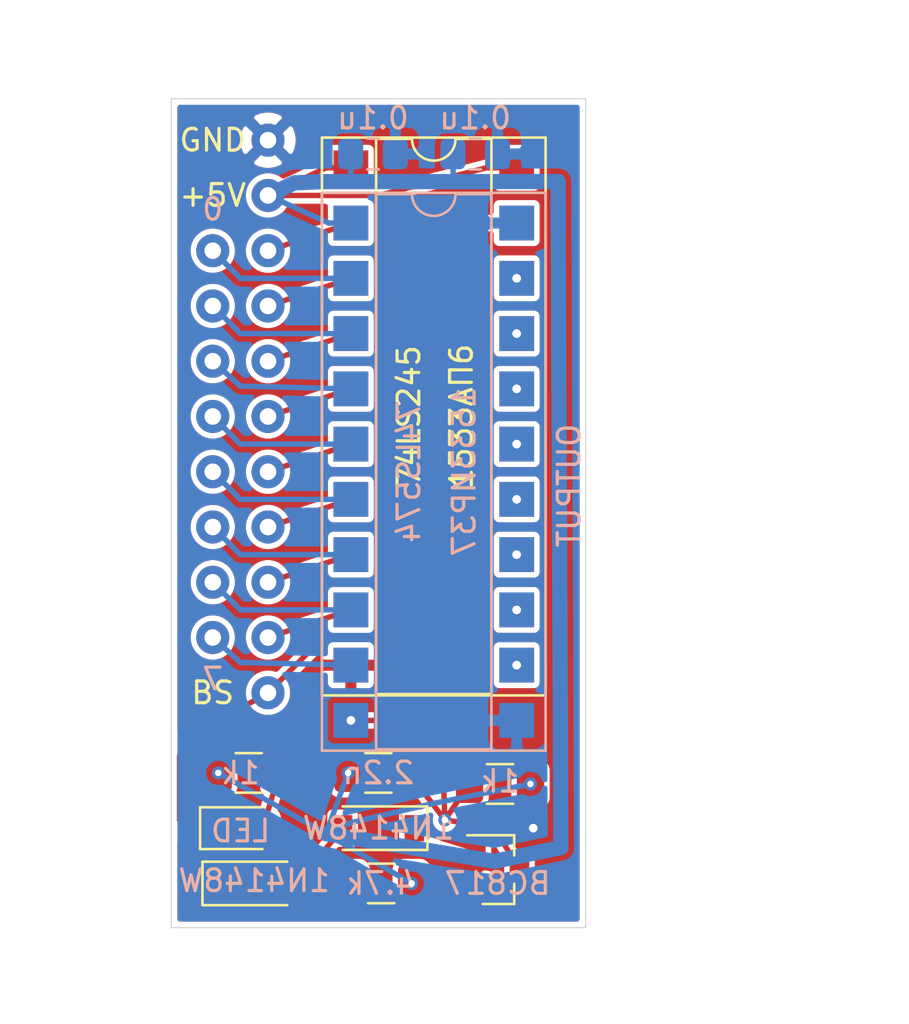
<source format=kicad_pcb>
(kicad_pcb (version 20171130) (host pcbnew 5.1.5+dfsg1-2build2)

  (general
    (thickness 0.8)
    (drawings 12)
    (tracks 90)
    (zones 0)
    (modules 13)
    (nets 32)
  )

  (page A4)
  (layers
    (0 F.Cu signal)
    (31 B.Cu signal)
    (32 B.Adhes user)
    (33 F.Adhes user)
    (34 B.Paste user)
    (35 F.Paste user)
    (36 B.SilkS user)
    (37 F.SilkS user)
    (38 B.Mask user)
    (39 F.Mask user)
    (40 Dwgs.User user)
    (41 Cmts.User user)
    (42 Eco1.User user)
    (43 Eco2.User user)
    (44 Edge.Cuts user)
    (45 Margin user)
    (46 B.CrtYd user)
    (47 F.CrtYd user)
    (48 B.Fab user)
    (49 F.Fab user)
  )

  (setup
    (last_trace_width 0.25)
    (user_trace_width 0.2)
    (user_trace_width 0.5)
    (user_trace_width 0.7)
    (trace_clearance 0.2)
    (zone_clearance 0.254)
    (zone_45_only no)
    (trace_min 0.2)
    (via_size 0.8)
    (via_drill 0.4)
    (via_min_size 0.4)
    (via_min_drill 0.3)
    (user_via 0.6 0.3)
    (uvia_size 0.3)
    (uvia_drill 0.1)
    (uvias_allowed no)
    (uvia_min_size 0.2)
    (uvia_min_drill 0.1)
    (edge_width 0.05)
    (segment_width 0.2)
    (pcb_text_width 0.3)
    (pcb_text_size 1.5 1.5)
    (mod_edge_width 0.12)
    (mod_text_size 1 1)
    (mod_text_width 0.15)
    (pad_size 1.7 1.7)
    (pad_drill 1)
    (pad_to_mask_clearance 0.051)
    (solder_mask_min_width 0.25)
    (aux_axis_origin 0 0)
    (visible_elements FFFFFF7F)
    (pcbplotparams
      (layerselection 0x010fc_ffffffff)
      (usegerberextensions true)
      (usegerberattributes false)
      (usegerberadvancedattributes false)
      (creategerberjobfile false)
      (excludeedgelayer true)
      (linewidth 0.100000)
      (plotframeref false)
      (viasonmask false)
      (mode 1)
      (useauxorigin false)
      (hpglpennumber 1)
      (hpglpenspeed 20)
      (hpglpendiameter 15.000000)
      (psnegative false)
      (psa4output false)
      (plotreference true)
      (plotvalue true)
      (plotinvisibletext false)
      (padsonsilk false)
      (subtractmaskfromsilk true)
      (outputformat 1)
      (mirror false)
      (drillshape 0)
      (scaleselection 1)
      (outputdirectory "gerber/"))
  )

  (net 0 "")
  (net 1 +5V)
  (net 2 GND)
  (net 3 BS)
  (net 4 TCLK)
  (net 5 BD1)
  (net 6 BD2)
  (net 7 BD3)
  (net 8 BD4)
  (net 9 BD5)
  (net 10 BD6)
  (net 11 BD7)
  (net 12 OPL7)
  (net 13 OPL6)
  (net 14 OPL5)
  (net 15 OPL4)
  (net 16 OPL3)
  (net 17 OPL2)
  (net 18 OPL1)
  (net 19 "Net-(D1-Pad2)")
  (net 20 "Net-(D2-Pad1)")
  (net 21 OPL0)
  (net 22 D7)
  (net 23 D6)
  (net 24 D5)
  (net 25 D4)
  (net 26 D3)
  (net 27 D2)
  (net 28 D1)
  (net 29 D0)
  (net 30 BD0)
  (net 31 "Net-(D3-Pad2)")

  (net_class Default "This is the default net class."
    (clearance 0.2)
    (trace_width 0.25)
    (via_dia 0.8)
    (via_drill 0.4)
    (uvia_dia 0.3)
    (uvia_drill 0.1)
    (add_net +5V)
    (add_net BD0)
    (add_net BD1)
    (add_net BD2)
    (add_net BD3)
    (add_net BD4)
    (add_net BD5)
    (add_net BD6)
    (add_net BD7)
    (add_net BS)
    (add_net D0)
    (add_net D1)
    (add_net D2)
    (add_net D3)
    (add_net D4)
    (add_net D5)
    (add_net D6)
    (add_net D7)
    (add_net GND)
    (add_net "Net-(D1-Pad2)")
    (add_net "Net-(D2-Pad1)")
    (add_net "Net-(D3-Pad2)")
    (add_net OPL0)
    (add_net OPL1)
    (add_net OPL2)
    (add_net OPL3)
    (add_net OPL4)
    (add_net OPL5)
    (add_net OPL6)
    (add_net OPL7)
    (add_net TCLK)
  )

  (module plc88:data_manager_im (layer F.Cu) (tedit 638C3B16) (tstamp 63A4AA00)
    (at 123.825 23.495)
    (path /63A4B19E)
    (fp_text reference J1 (at 0 -1.905) (layer F.SilkS) hide
      (effects (font (size 1 1) (thickness 0.15)))
    )
    (fp_text value data_manager_i (at 0 -4.445) (layer F.Fab) hide
      (effects (font (size 1 1) (thickness 0.15)))
    )
    (fp_line (start -6.096 28.956) (end -6.096 1.524) (layer B.CrtYd) (width 0.12))
    (fp_line (start -1.524 28.956) (end -6.096 28.956) (layer B.CrtYd) (width 0.12))
    (fp_line (start -1.524 1.524) (end -1.524 28.956) (layer B.CrtYd) (width 0.12))
    (fp_line (start -6.096 1.524) (end -1.524 1.524) (layer B.CrtYd) (width 0.12))
    (fp_line (start -6.096 28.956) (end -6.096 1.524) (layer F.CrtYd) (width 0.12))
    (fp_line (start -1.524 28.956) (end -6.096 28.956) (layer F.CrtYd) (width 0.12))
    (fp_line (start -1.524 1.524) (end -1.524 28.956) (layer F.CrtYd) (width 0.12))
    (fp_line (start -6.096 1.524) (end -1.524 1.524) (layer F.CrtYd) (width 0.12))
    (pad 19 thru_hole circle (at -2.54 27.94) (size 1.524 1.524) (drill 0.762) (layers *.Cu *.Mask)
      (net 3 BS))
    (pad 18 thru_hole circle (at -2.54 5.08) (size 1.524 1.524) (drill 0.762) (layers *.Cu *.Mask)
      (net 1 +5V))
    (pad 17 thru_hole circle (at -2.54 2.54) (size 1.524 1.524) (drill 0.762) (layers *.Cu *.Mask)
      (net 2 GND))
    (pad 16 thru_hole circle (at -2.54 25.4) (size 1.524 1.524) (drill 0.762) (layers *.Cu *.Mask)
      (net 22 D7))
    (pad 15 thru_hole circle (at -5.08 25.4) (size 1.524 1.524) (drill 0.762) (layers *.Cu *.Mask)
      (net 12 OPL7))
    (pad 14 thru_hole circle (at -2.54 22.86) (size 1.524 1.524) (drill 0.762) (layers *.Cu *.Mask)
      (net 23 D6))
    (pad 13 thru_hole circle (at -5.08 22.86) (size 1.524 1.524) (drill 0.762) (layers *.Cu *.Mask)
      (net 13 OPL6))
    (pad 12 thru_hole circle (at -2.54 20.32) (size 1.524 1.524) (drill 0.762) (layers *.Cu *.Mask)
      (net 24 D5))
    (pad 11 thru_hole circle (at -5.08 20.32) (size 1.524 1.524) (drill 0.762) (layers *.Cu *.Mask)
      (net 14 OPL5))
    (pad 10 thru_hole circle (at -2.54 17.78) (size 1.524 1.524) (drill 0.762) (layers *.Cu *.Mask)
      (net 25 D4))
    (pad 9 thru_hole circle (at -5.08 17.78) (size 1.524 1.524) (drill 0.762) (layers *.Cu *.Mask)
      (net 15 OPL4))
    (pad 8 thru_hole circle (at -2.54 15.24) (size 1.524 1.524) (drill 0.762) (layers *.Cu *.Mask)
      (net 26 D3))
    (pad 7 thru_hole circle (at -5.08 15.24) (size 1.524 1.524) (drill 0.762) (layers *.Cu *.Mask)
      (net 16 OPL3))
    (pad 6 thru_hole circle (at -2.54 12.7) (size 1.524 1.524) (drill 0.762) (layers *.Cu *.Mask)
      (net 27 D2))
    (pad 5 thru_hole circle (at -5.08 12.7) (size 1.524 1.524) (drill 0.762) (layers *.Cu *.Mask)
      (net 17 OPL2))
    (pad 4 thru_hole circle (at -2.54 10.16) (size 1.524 1.524) (drill 0.762) (layers *.Cu *.Mask)
      (net 28 D1))
    (pad 3 thru_hole circle (at -5.08 10.16) (size 1.524 1.524) (drill 0.762) (layers *.Cu *.Mask)
      (net 18 OPL1))
    (pad 2 thru_hole circle (at -2.54 7.62) (size 1.524 1.524) (drill 0.762) (layers *.Cu *.Mask)
      (net 29 D0))
    (pad 1 thru_hole circle (at -5.08 7.62) (size 1.524 1.524) (drill 0.762) (layers *.Cu *.Mask)
      (net 21 OPL0))
  )

  (module Package_DIP:DIP-20_W7.62mm_SMDSocket_SmallPads (layer F.Cu) (tedit 5A02E8C5) (tstamp 634E16CE)
    (at 128.905 38.735)
    (descr "20-lead though-hole mounted DIP package, row spacing 7.62 mm (300 mils), SMDSocket, SmallPads")
    (tags "THT DIP DIL PDIP 2.54mm 7.62mm 300mil SMDSocket SmallPads")
    (path /61CA7483)
    (attr smd)
    (fp_text reference U1 (at 0 -13.76) (layer F.SilkS) hide
      (effects (font (size 1 1) (thickness 0.15)))
    )
    (fp_text value 74LS245 (at -1.143 0 90) (layer F.SilkS)
      (effects (font (size 1 1) (thickness 0.15)))
    )
    (fp_text user %R (at 0 0) (layer F.Fab) hide
      (effects (font (size 1 1) (thickness 0.15)))
    )
    (fp_line (start 5.35 -13.05) (end -5.35 -13.05) (layer F.CrtYd) (width 0.05))
    (fp_line (start 5.35 13.05) (end 5.35 -13.05) (layer F.CrtYd) (width 0.05))
    (fp_line (start -5.35 13.05) (end 5.35 13.05) (layer F.CrtYd) (width 0.05))
    (fp_line (start -5.35 -13.05) (end -5.35 13.05) (layer F.CrtYd) (width 0.05))
    (fp_line (start 5.14 -12.82) (end -5.14 -12.82) (layer F.SilkS) (width 0.12))
    (fp_line (start 5.14 12.82) (end 5.14 -12.82) (layer F.SilkS) (width 0.12))
    (fp_line (start -5.14 12.82) (end 5.14 12.82) (layer F.SilkS) (width 0.12))
    (fp_line (start -5.14 -12.82) (end -5.14 12.82) (layer F.SilkS) (width 0.12))
    (fp_line (start 2.65 -12.76) (end 1 -12.76) (layer F.SilkS) (width 0.12))
    (fp_line (start 2.65 12.76) (end 2.65 -12.76) (layer F.SilkS) (width 0.12))
    (fp_line (start -2.65 12.76) (end 2.65 12.76) (layer F.SilkS) (width 0.12))
    (fp_line (start -2.65 -12.76) (end -2.65 12.76) (layer F.SilkS) (width 0.12))
    (fp_line (start -1 -12.76) (end -2.65 -12.76) (layer F.SilkS) (width 0.12))
    (fp_line (start 5.08 -12.76) (end -5.08 -12.76) (layer F.Fab) (width 0.1))
    (fp_line (start 5.08 12.76) (end 5.08 -12.76) (layer F.Fab) (width 0.1))
    (fp_line (start -5.08 12.76) (end 5.08 12.76) (layer F.Fab) (width 0.1))
    (fp_line (start -5.08 -12.76) (end -5.08 12.76) (layer F.Fab) (width 0.1))
    (fp_line (start -3.175 -11.7) (end -2.175 -12.7) (layer F.Fab) (width 0.1))
    (fp_line (start -3.175 12.7) (end -3.175 -11.7) (layer F.Fab) (width 0.1))
    (fp_line (start 3.175 12.7) (end -3.175 12.7) (layer F.Fab) (width 0.1))
    (fp_line (start 3.175 -12.7) (end 3.175 12.7) (layer F.Fab) (width 0.1))
    (fp_line (start -2.175 -12.7) (end 3.175 -12.7) (layer F.Fab) (width 0.1))
    (fp_arc (start 0 -12.76) (end -1 -12.76) (angle -180) (layer F.SilkS) (width 0.12))
    (fp_text user 1533АП6 (at 1.27 0 90) (layer F.SilkS)
      (effects (font (size 1 1) (thickness 0.15)))
    )
    (pad 20 smd rect (at 3.81 -11.43) (size 1.6 1.6) (layers F.Cu F.Paste F.Mask)
      (net 1 +5V))
    (pad 10 smd rect (at -3.81 11.43) (size 1.6 1.6) (layers F.Cu F.Paste F.Mask)
      (net 2 GND))
    (pad 19 smd rect (at 3.81 -8.89) (size 1.6 1.6) (layers F.Cu F.Paste F.Mask)
      (net 3 BS))
    (pad 9 smd rect (at -3.81 8.89) (size 1.6 1.6) (layers F.Cu F.Paste F.Mask)
      (net 22 D7))
    (pad 18 smd rect (at 3.81 -6.35) (size 1.6 1.6) (layers F.Cu F.Paste F.Mask)
      (net 30 BD0))
    (pad 8 smd rect (at -3.81 6.35) (size 1.6 1.6) (layers F.Cu F.Paste F.Mask)
      (net 23 D6))
    (pad 17 smd rect (at 3.81 -3.81) (size 1.6 1.6) (layers F.Cu F.Paste F.Mask)
      (net 5 BD1))
    (pad 7 smd rect (at -3.81 3.81) (size 1.6 1.6) (layers F.Cu F.Paste F.Mask)
      (net 24 D5))
    (pad 16 smd rect (at 3.81 -1.27) (size 1.6 1.6) (layers F.Cu F.Paste F.Mask)
      (net 6 BD2))
    (pad 6 smd rect (at -3.81 1.27) (size 1.6 1.6) (layers F.Cu F.Paste F.Mask)
      (net 25 D4))
    (pad 15 smd rect (at 3.81 1.27) (size 1.6 1.6) (layers F.Cu F.Paste F.Mask)
      (net 7 BD3))
    (pad 5 smd rect (at -3.81 -1.27) (size 1.6 1.6) (layers F.Cu F.Paste F.Mask)
      (net 26 D3))
    (pad 14 smd rect (at 3.81 3.81) (size 1.6 1.6) (layers F.Cu F.Paste F.Mask)
      (net 8 BD4))
    (pad 4 smd rect (at -3.81 -3.81) (size 1.6 1.6) (layers F.Cu F.Paste F.Mask)
      (net 27 D2))
    (pad 13 smd rect (at 3.81 6.35) (size 1.6 1.6) (layers F.Cu F.Paste F.Mask)
      (net 9 BD5))
    (pad 3 smd rect (at -3.81 -6.35) (size 1.6 1.6) (layers F.Cu F.Paste F.Mask)
      (net 28 D1))
    (pad 12 smd rect (at 3.81 8.89) (size 1.6 1.6) (layers F.Cu F.Paste F.Mask)
      (net 10 BD6))
    (pad 2 smd rect (at -3.81 -8.89) (size 1.6 1.6) (layers F.Cu F.Paste F.Mask)
      (net 29 D0))
    (pad 11 smd rect (at 3.81 11.43) (size 1.6 1.6) (layers F.Cu F.Paste F.Mask)
      (net 11 BD7))
    (pad 1 smd rect (at -3.81 -11.43) (size 1.6 1.6) (layers F.Cu F.Paste F.Mask)
      (net 1 +5V))
    (model ${KISYS3DMOD}/Package_DIP.3dshapes/DIP-20_W7.62mm_SMDSocket.wrl
      (at (xyz 0 0 0))
      (scale (xyz 1 1 1))
      (rotate (xyz 0 0 0))
    )
  )

  (module Package_DIP:DIP-20_W7.62mm_SMDSocket_SmallPads (layer B.Cu) (tedit 5A02E8C5) (tstamp 638C6188)
    (at 128.905 41.275 180)
    (descr "20-lead though-hole mounted DIP package, row spacing 7.62 mm (300 mils), SMDSocket, SmallPads")
    (tags "THT DIP DIL PDIP 2.54mm 7.62mm 300mil SMDSocket SmallPads")
    (path /638C62B7)
    (attr smd)
    (fp_text reference U2 (at -0.127 -8.636) (layer B.SilkS) hide
      (effects (font (size 1 1) (thickness 0.15)) (justify mirror))
    )
    (fp_text value 74LS574 (at 1.143 0 90) (layer B.SilkS)
      (effects (font (size 1 1) (thickness 0.15)) (justify mirror))
    )
    (fp_text user %R (at 0 0) (layer B.Fab) hide
      (effects (font (size 1 1) (thickness 0.15)) (justify mirror))
    )
    (fp_line (start 5.35 13.05) (end -5.35 13.05) (layer B.CrtYd) (width 0.05))
    (fp_line (start 5.35 -13.05) (end 5.35 13.05) (layer B.CrtYd) (width 0.05))
    (fp_line (start -5.35 -13.05) (end 5.35 -13.05) (layer B.CrtYd) (width 0.05))
    (fp_line (start -5.35 13.05) (end -5.35 -13.05) (layer B.CrtYd) (width 0.05))
    (fp_line (start 5.14 12.82) (end -5.14 12.82) (layer B.SilkS) (width 0.12))
    (fp_line (start 5.14 -12.82) (end 5.14 12.82) (layer B.SilkS) (width 0.12))
    (fp_line (start -5.14 -12.82) (end 5.14 -12.82) (layer B.SilkS) (width 0.12))
    (fp_line (start -5.14 12.82) (end -5.14 -12.82) (layer B.SilkS) (width 0.12))
    (fp_line (start 2.65 12.76) (end 1 12.76) (layer B.SilkS) (width 0.12))
    (fp_line (start 2.65 -12.76) (end 2.65 12.76) (layer B.SilkS) (width 0.12))
    (fp_line (start -2.65 -12.76) (end 2.65 -12.76) (layer B.SilkS) (width 0.12))
    (fp_line (start -2.65 12.76) (end -2.65 -12.76) (layer B.SilkS) (width 0.12))
    (fp_line (start -1 12.76) (end -2.65 12.76) (layer B.SilkS) (width 0.12))
    (fp_line (start 5.08 12.76) (end -5.08 12.76) (layer B.Fab) (width 0.1))
    (fp_line (start 5.08 -12.76) (end 5.08 12.76) (layer B.Fab) (width 0.1))
    (fp_line (start -5.08 -12.76) (end 5.08 -12.76) (layer B.Fab) (width 0.1))
    (fp_line (start -5.08 12.76) (end -5.08 -12.76) (layer B.Fab) (width 0.1))
    (fp_line (start -3.175 11.7) (end -2.175 12.7) (layer B.Fab) (width 0.1))
    (fp_line (start -3.175 -12.7) (end -3.175 11.7) (layer B.Fab) (width 0.1))
    (fp_line (start 3.175 -12.7) (end -3.175 -12.7) (layer B.Fab) (width 0.1))
    (fp_line (start 3.175 12.7) (end 3.175 -12.7) (layer B.Fab) (width 0.1))
    (fp_line (start -2.175 12.7) (end 3.175 12.7) (layer B.Fab) (width 0.1))
    (fp_arc (start 0 12.76) (end -1 12.76) (angle 180) (layer B.SilkS) (width 0.12))
    (fp_text user 1533ИР37 (at -1.397 0 270) (layer B.SilkS)
      (effects (font (size 1 1) (thickness 0.15)) (justify mirror))
    )
    (pad 20 smd rect (at 3.81 11.43 180) (size 1.6 1.6) (layers B.Cu B.Paste B.Mask)
      (net 1 +5V))
    (pad 10 smd rect (at -3.81 -11.43 180) (size 1.6 1.6) (layers B.Cu B.Paste B.Mask)
      (net 2 GND))
    (pad 19 smd rect (at 3.81 8.89 180) (size 1.6 1.6) (layers B.Cu B.Paste B.Mask)
      (net 21 OPL0))
    (pad 9 smd rect (at -3.81 -8.89 180) (size 1.6 1.6) (layers B.Cu B.Paste B.Mask)
      (net 11 BD7))
    (pad 18 smd rect (at 3.81 6.35 180) (size 1.6 1.6) (layers B.Cu B.Paste B.Mask)
      (net 18 OPL1))
    (pad 8 smd rect (at -3.81 -6.35 180) (size 1.6 1.6) (layers B.Cu B.Paste B.Mask)
      (net 10 BD6))
    (pad 17 smd rect (at 3.81 3.81 180) (size 1.6 1.6) (layers B.Cu B.Paste B.Mask)
      (net 17 OPL2))
    (pad 7 smd rect (at -3.81 -3.81 180) (size 1.6 1.6) (layers B.Cu B.Paste B.Mask)
      (net 9 BD5))
    (pad 16 smd rect (at 3.81 1.27 180) (size 1.6 1.6) (layers B.Cu B.Paste B.Mask)
      (net 16 OPL3))
    (pad 6 smd rect (at -3.81 -1.27 180) (size 1.6 1.6) (layers B.Cu B.Paste B.Mask)
      (net 8 BD4))
    (pad 15 smd rect (at 3.81 -1.27 180) (size 1.6 1.6) (layers B.Cu B.Paste B.Mask)
      (net 15 OPL4))
    (pad 5 smd rect (at -3.81 1.27 180) (size 1.6 1.6) (layers B.Cu B.Paste B.Mask)
      (net 7 BD3))
    (pad 14 smd rect (at 3.81 -3.81 180) (size 1.6 1.6) (layers B.Cu B.Paste B.Mask)
      (net 14 OPL5))
    (pad 4 smd rect (at -3.81 3.81 180) (size 1.6 1.6) (layers B.Cu B.Paste B.Mask)
      (net 6 BD2))
    (pad 13 smd rect (at 3.81 -6.35 180) (size 1.6 1.6) (layers B.Cu B.Paste B.Mask)
      (net 13 OPL6))
    (pad 3 smd rect (at -3.81 6.35 180) (size 1.6 1.6) (layers B.Cu B.Paste B.Mask)
      (net 5 BD1))
    (pad 12 smd rect (at 3.81 -8.89 180) (size 1.6 1.6) (layers B.Cu B.Paste B.Mask)
      (net 12 OPL7))
    (pad 2 smd rect (at -3.81 8.89 180) (size 1.6 1.6) (layers B.Cu B.Paste B.Mask)
      (net 30 BD0))
    (pad 11 smd rect (at 3.81 -11.43 180) (size 1.6 1.6) (layers B.Cu B.Paste B.Mask)
      (net 4 TCLK))
    (pad 1 smd rect (at -3.81 11.43 180) (size 1.6 1.6) (layers B.Cu B.Paste B.Mask)
      (net 2 GND))
    (model ${KISYS3DMOD}/Package_DIP.3dshapes/DIP-20_W7.62mm_SMDSocket.wrl
      (at (xyz 0 0 0))
      (scale (xyz 1 1 1))
      (rotate (xyz 0 0 0))
    )
  )

  (module Capacitor_SMD:C_0805_2012Metric_Pad1.15x1.40mm_HandSolder (layer B.Cu) (tedit 5B36C52B) (tstamp 638C5F92)
    (at 126.111 26.67 180)
    (descr "Capacitor SMD 0805 (2012 Metric), square (rectangular) end terminal, IPC_7351 nominal with elongated pad for handsoldering. (Body size source: https://docs.google.com/spreadsheets/d/1BsfQQcO9C6DZCsRaXUlFlo91Tg2WpOkGARC1WS5S8t0/edit?usp=sharing), generated with kicad-footprint-generator")
    (tags "capacitor handsolder")
    (path /638D37D0)
    (attr smd)
    (fp_text reference C2 (at 0 1.65) (layer B.SilkS) hide
      (effects (font (size 1 1) (thickness 0.15)) (justify mirror))
    )
    (fp_text value 0.1u (at 0 1.651) (layer B.SilkS)
      (effects (font (size 1 1) (thickness 0.15)) (justify mirror))
    )
    (fp_text user %R (at 0 0) (layer B.Fab) hide
      (effects (font (size 0.5 0.5) (thickness 0.08)) (justify mirror))
    )
    (fp_line (start 1.85 -0.95) (end -1.85 -0.95) (layer B.CrtYd) (width 0.05))
    (fp_line (start 1.85 0.95) (end 1.85 -0.95) (layer B.CrtYd) (width 0.05))
    (fp_line (start -1.85 0.95) (end 1.85 0.95) (layer B.CrtYd) (width 0.05))
    (fp_line (start -1.85 -0.95) (end -1.85 0.95) (layer B.CrtYd) (width 0.05))
    (fp_line (start -0.261252 -0.71) (end 0.261252 -0.71) (layer B.SilkS) (width 0.12))
    (fp_line (start -0.261252 0.71) (end 0.261252 0.71) (layer B.SilkS) (width 0.12))
    (fp_line (start 1 -0.6) (end -1 -0.6) (layer B.Fab) (width 0.1))
    (fp_line (start 1 0.6) (end 1 -0.6) (layer B.Fab) (width 0.1))
    (fp_line (start -1 0.6) (end 1 0.6) (layer B.Fab) (width 0.1))
    (fp_line (start -1 -0.6) (end -1 0.6) (layer B.Fab) (width 0.1))
    (pad 2 smd roundrect (at 1.025 0 180) (size 1.15 1.4) (layers B.Cu B.Paste B.Mask) (roundrect_rratio 0.217391)
      (net 1 +5V))
    (pad 1 smd roundrect (at -1.025 0 180) (size 1.15 1.4) (layers B.Cu B.Paste B.Mask) (roundrect_rratio 0.217391)
      (net 2 GND))
    (model ${KISYS3DMOD}/Capacitor_SMD.3dshapes/C_0805_2012Metric.wrl
      (at (xyz 0 0 0))
      (scale (xyz 1 1 1))
      (rotate (xyz 0 0 0))
    )
  )

  (module Resistor_SMD:R_1206_3216Metric (layer F.Cu) (tedit 5B301BBD) (tstamp 634E4E57)
    (at 120.399 55.118 180)
    (descr "Resistor SMD 1206 (3216 Metric), square (rectangular) end terminal, IPC_7351 nominal, (Body size source: http://www.tortai-tech.com/upload/download/2011102023233369053.pdf), generated with kicad-footprint-generator")
    (tags resistor)
    (path /634EEABB)
    (attr smd)
    (fp_text reference R5 (at 0 -1.82) (layer F.SilkS) hide
      (effects (font (size 1 1) (thickness 0.15)))
    )
    (fp_text value 1k (at 0.378 0) (layer B.SilkS)
      (effects (font (size 1 1) (thickness 0.15)) (justify mirror))
    )
    (fp_text user %R (at 0 0) (layer F.Fab) hide
      (effects (font (size 0.8 0.8) (thickness 0.12)))
    )
    (fp_line (start 2.28 1.12) (end -2.28 1.12) (layer F.CrtYd) (width 0.05))
    (fp_line (start 2.28 -1.12) (end 2.28 1.12) (layer F.CrtYd) (width 0.05))
    (fp_line (start -2.28 -1.12) (end 2.28 -1.12) (layer F.CrtYd) (width 0.05))
    (fp_line (start -2.28 1.12) (end -2.28 -1.12) (layer F.CrtYd) (width 0.05))
    (fp_line (start -0.602064 0.91) (end 0.602064 0.91) (layer F.SilkS) (width 0.12))
    (fp_line (start -0.602064 -0.91) (end 0.602064 -0.91) (layer F.SilkS) (width 0.12))
    (fp_line (start 1.6 0.8) (end -1.6 0.8) (layer F.Fab) (width 0.1))
    (fp_line (start 1.6 -0.8) (end 1.6 0.8) (layer F.Fab) (width 0.1))
    (fp_line (start -1.6 -0.8) (end 1.6 -0.8) (layer F.Fab) (width 0.1))
    (fp_line (start -1.6 0.8) (end -1.6 -0.8) (layer F.Fab) (width 0.1))
    (pad 2 smd roundrect (at 1.4 0 180) (size 1.25 1.75) (layers F.Cu F.Paste F.Mask) (roundrect_rratio 0.2)
      (net 1 +5V))
    (pad 1 smd roundrect (at -1.4 0 180) (size 1.25 1.75) (layers F.Cu F.Paste F.Mask) (roundrect_rratio 0.2)
      (net 31 "Net-(D3-Pad2)"))
    (model ${KISYS3DMOD}/Resistor_SMD.3dshapes/R_1206_3216Metric.wrl
      (at (xyz 0 0 0))
      (scale (xyz 1 1 1))
      (rotate (xyz 0 0 0))
    )
  )

  (module LED_SMD:LED_0805_2012Metric_Pad1.15x1.40mm_HandSolder (layer F.Cu) (tedit 5B4B45C9) (tstamp 634E4CCE)
    (at 120.024 57.658)
    (descr "LED SMD 0805 (2012 Metric), square (rectangular) end terminal, IPC_7351 nominal, (Body size source: https://docs.google.com/spreadsheets/d/1BsfQQcO9C6DZCsRaXUlFlo91Tg2WpOkGARC1WS5S8t0/edit?usp=sharing), generated with kicad-footprint-generator")
    (tags "LED handsolder")
    (path /634E7EAA)
    (attr smd)
    (fp_text reference D3 (at 0 -1.65) (layer F.SilkS) hide
      (effects (font (size 1 1) (thickness 0.15)))
    )
    (fp_text value LED (at 0 0.127) (layer B.SilkS)
      (effects (font (size 1 1) (thickness 0.15)) (justify mirror))
    )
    (fp_text user %R (at 0 0) (layer F.Fab) hide
      (effects (font (size 0.5 0.5) (thickness 0.08)))
    )
    (fp_line (start 1.85 0.95) (end -1.85 0.95) (layer F.CrtYd) (width 0.05))
    (fp_line (start 1.85 -0.95) (end 1.85 0.95) (layer F.CrtYd) (width 0.05))
    (fp_line (start -1.85 -0.95) (end 1.85 -0.95) (layer F.CrtYd) (width 0.05))
    (fp_line (start -1.85 0.95) (end -1.85 -0.95) (layer F.CrtYd) (width 0.05))
    (fp_line (start -1.86 0.96) (end 1 0.96) (layer F.SilkS) (width 0.12))
    (fp_line (start -1.86 -0.96) (end -1.86 0.96) (layer F.SilkS) (width 0.12))
    (fp_line (start 1 -0.96) (end -1.86 -0.96) (layer F.SilkS) (width 0.12))
    (fp_line (start 1 0.6) (end 1 -0.6) (layer F.Fab) (width 0.1))
    (fp_line (start -1 0.6) (end 1 0.6) (layer F.Fab) (width 0.1))
    (fp_line (start -1 -0.3) (end -1 0.6) (layer F.Fab) (width 0.1))
    (fp_line (start -0.7 -0.6) (end -1 -0.3) (layer F.Fab) (width 0.1))
    (fp_line (start 1 -0.6) (end -0.7 -0.6) (layer F.Fab) (width 0.1))
    (pad 2 smd roundrect (at 1.025 0) (size 1.15 1.4) (layers F.Cu F.Paste F.Mask) (roundrect_rratio 0.217391)
      (net 31 "Net-(D3-Pad2)"))
    (pad 1 smd roundrect (at -1.025 0) (size 1.15 1.4) (layers F.Cu F.Paste F.Mask) (roundrect_rratio 0.217391)
      (net 3 BS))
    (model ${KISYS3DMOD}/LED_SMD.3dshapes/LED_0805_2012Metric.wrl
      (at (xyz 0 0 0))
      (scale (xyz 1 1 1))
      (rotate (xyz 0 0 0))
    )
  )

  (module Resistor_SMD:R_1206_3216Metric (layer F.Cu) (tedit 5B301BBD) (tstamp 634E16A3)
    (at 131.95 55.626 180)
    (descr "Resistor SMD 1206 (3216 Metric), square (rectangular) end terminal, IPC_7351 nominal, (Body size source: http://www.tortai-tech.com/upload/download/2011102023233369053.pdf), generated with kicad-footprint-generator")
    (tags resistor)
    (path /6350EA50)
    (attr smd)
    (fp_text reference R4 (at 0 -1.82) (layer F.SilkS) hide
      (effects (font (size 1 1) (thickness 0.15)))
    )
    (fp_text value 1k (at 0 0.127) (layer B.SilkS)
      (effects (font (size 1 1) (thickness 0.15)) (justify mirror))
    )
    (fp_text user %R (at 0 0) (layer F.Fab) hide
      (effects (font (size 0.8 0.8) (thickness 0.12)))
    )
    (fp_line (start 2.28 1.12) (end -2.28 1.12) (layer F.CrtYd) (width 0.05))
    (fp_line (start 2.28 -1.12) (end 2.28 1.12) (layer F.CrtYd) (width 0.05))
    (fp_line (start -2.28 -1.12) (end 2.28 -1.12) (layer F.CrtYd) (width 0.05))
    (fp_line (start -2.28 1.12) (end -2.28 -1.12) (layer F.CrtYd) (width 0.05))
    (fp_line (start -0.602064 0.91) (end 0.602064 0.91) (layer F.SilkS) (width 0.12))
    (fp_line (start -0.602064 -0.91) (end 0.602064 -0.91) (layer F.SilkS) (width 0.12))
    (fp_line (start 1.6 0.8) (end -1.6 0.8) (layer F.Fab) (width 0.1))
    (fp_line (start 1.6 -0.8) (end 1.6 0.8) (layer F.Fab) (width 0.1))
    (fp_line (start -1.6 -0.8) (end 1.6 -0.8) (layer F.Fab) (width 0.1))
    (fp_line (start -1.6 0.8) (end -1.6 -0.8) (layer F.Fab) (width 0.1))
    (pad 2 smd roundrect (at 1.4 0 180) (size 1.25 1.75) (layers F.Cu F.Paste F.Mask) (roundrect_rratio 0.2)
      (net 4 TCLK))
    (pad 1 smd roundrect (at -1.4 0 180) (size 1.25 1.75) (layers F.Cu F.Paste F.Mask) (roundrect_rratio 0.2)
      (net 1 +5V))
    (model ${KISYS3DMOD}/Resistor_SMD.3dshapes/R_1206_3216Metric.wrl
      (at (xyz 0 0 0))
      (scale (xyz 1 1 1))
      (rotate (xyz 0 0 0))
    )
  )

  (module Resistor_SMD:R_1206_3216Metric (layer F.Cu) (tedit 5B301BBD) (tstamp 634E1692)
    (at 126.489 60.198 180)
    (descr "Resistor SMD 1206 (3216 Metric), square (rectangular) end terminal, IPC_7351 nominal, (Body size source: http://www.tortai-tech.com/upload/download/2011102023233369053.pdf), generated with kicad-footprint-generator")
    (tags resistor)
    (path /6350E4EB)
    (attr smd)
    (fp_text reference R3 (at 0 -1.82) (layer F.SilkS) hide
      (effects (font (size 1 1) (thickness 0.15)))
    )
    (fp_text value 4.7k (at 0 0) (layer B.SilkS)
      (effects (font (size 1 1) (thickness 0.15)) (justify mirror))
    )
    (fp_text user %R (at 0 0) (layer F.Fab) hide
      (effects (font (size 0.8 0.8) (thickness 0.12)))
    )
    (fp_line (start 2.28 1.12) (end -2.28 1.12) (layer F.CrtYd) (width 0.05))
    (fp_line (start 2.28 -1.12) (end 2.28 1.12) (layer F.CrtYd) (width 0.05))
    (fp_line (start -2.28 -1.12) (end 2.28 -1.12) (layer F.CrtYd) (width 0.05))
    (fp_line (start -2.28 1.12) (end -2.28 -1.12) (layer F.CrtYd) (width 0.05))
    (fp_line (start -0.602064 0.91) (end 0.602064 0.91) (layer F.SilkS) (width 0.12))
    (fp_line (start -0.602064 -0.91) (end 0.602064 -0.91) (layer F.SilkS) (width 0.12))
    (fp_line (start 1.6 0.8) (end -1.6 0.8) (layer F.Fab) (width 0.1))
    (fp_line (start 1.6 -0.8) (end 1.6 0.8) (layer F.Fab) (width 0.1))
    (fp_line (start -1.6 -0.8) (end 1.6 -0.8) (layer F.Fab) (width 0.1))
    (fp_line (start -1.6 0.8) (end -1.6 -0.8) (layer F.Fab) (width 0.1))
    (pad 2 smd roundrect (at 1.4 0 180) (size 1.25 1.75) (layers F.Cu F.Paste F.Mask) (roundrect_rratio 0.2)
      (net 19 "Net-(D1-Pad2)"))
    (pad 1 smd roundrect (at -1.4 0 180) (size 1.25 1.75) (layers F.Cu F.Paste F.Mask) (roundrect_rratio 0.2)
      (net 1 +5V))
    (model ${KISYS3DMOD}/Resistor_SMD.3dshapes/R_1206_3216Metric.wrl
      (at (xyz 0 0 0))
      (scale (xyz 1 1 1))
      (rotate (xyz 0 0 0))
    )
  )

  (module Package_TO_SOT_SMD:SOT-23 (layer F.Cu) (tedit 5A02FF57) (tstamp 634E165F)
    (at 131.842 59.563)
    (descr "SOT-23, Standard")
    (tags SOT-23)
    (path /6350FE0F)
    (attr smd)
    (fp_text reference Q1 (at 0 -2.5) (layer F.SilkS) hide
      (effects (font (size 1 1) (thickness 0.15)))
    )
    (fp_text value BC817 (at 0 0.635) (layer B.SilkS)
      (effects (font (size 1 1) (thickness 0.15)) (justify mirror))
    )
    (fp_line (start 0.76 1.58) (end -0.7 1.58) (layer F.SilkS) (width 0.12))
    (fp_line (start 0.76 -1.58) (end -1.4 -1.58) (layer F.SilkS) (width 0.12))
    (fp_line (start -1.7 1.75) (end -1.7 -1.75) (layer F.CrtYd) (width 0.05))
    (fp_line (start 1.7 1.75) (end -1.7 1.75) (layer F.CrtYd) (width 0.05))
    (fp_line (start 1.7 -1.75) (end 1.7 1.75) (layer F.CrtYd) (width 0.05))
    (fp_line (start -1.7 -1.75) (end 1.7 -1.75) (layer F.CrtYd) (width 0.05))
    (fp_line (start 0.76 -1.58) (end 0.76 -0.65) (layer F.SilkS) (width 0.12))
    (fp_line (start 0.76 1.58) (end 0.76 0.65) (layer F.SilkS) (width 0.12))
    (fp_line (start -0.7 1.52) (end 0.7 1.52) (layer F.Fab) (width 0.1))
    (fp_line (start 0.7 -1.52) (end 0.7 1.52) (layer F.Fab) (width 0.1))
    (fp_line (start -0.7 -0.95) (end -0.15 -1.52) (layer F.Fab) (width 0.1))
    (fp_line (start -0.15 -1.52) (end 0.7 -1.52) (layer F.Fab) (width 0.1))
    (fp_line (start -0.7 -0.95) (end -0.7 1.5) (layer F.Fab) (width 0.1))
    (fp_text user %R (at 0 0 90) (layer F.Fab) hide
      (effects (font (size 0.5 0.5) (thickness 0.075)))
    )
    (pad 3 smd rect (at 1 0) (size 0.9 0.8) (layers F.Cu F.Paste F.Mask)
      (net 4 TCLK))
    (pad 2 smd rect (at -1 0.95) (size 0.9 0.8) (layers F.Cu F.Paste F.Mask)
      (net 2 GND))
    (pad 1 smd rect (at -1 -0.95) (size 0.9 0.8) (layers F.Cu F.Paste F.Mask)
      (net 20 "Net-(D2-Pad1)"))
    (model ${KISYS3DMOD}/Package_TO_SOT_SMD.3dshapes/SOT-23.wrl
      (at (xyz 0 0 0))
      (scale (xyz 1 1 1))
      (rotate (xyz 0 0 0))
    )
  )

  (module Diode_SMD:D_SOD-123 (layer F.Cu) (tedit 58645DC7) (tstamp 634E15ED)
    (at 126.364 57.658 180)
    (descr SOD-123)
    (tags SOD-123)
    (path /6350F6DF)
    (attr smd)
    (fp_text reference D2 (at 0 -2) (layer F.SilkS) hide
      (effects (font (size 1 1) (thickness 0.15)))
    )
    (fp_text value 1N4148W (at 0 0) (layer B.SilkS)
      (effects (font (size 1 1) (thickness 0.15)) (justify mirror))
    )
    (fp_line (start -2.25 -1) (end 1.65 -1) (layer F.SilkS) (width 0.12))
    (fp_line (start -2.25 1) (end 1.65 1) (layer F.SilkS) (width 0.12))
    (fp_line (start -2.35 -1.15) (end -2.35 1.15) (layer F.CrtYd) (width 0.05))
    (fp_line (start 2.35 1.15) (end -2.35 1.15) (layer F.CrtYd) (width 0.05))
    (fp_line (start 2.35 -1.15) (end 2.35 1.15) (layer F.CrtYd) (width 0.05))
    (fp_line (start -2.35 -1.15) (end 2.35 -1.15) (layer F.CrtYd) (width 0.05))
    (fp_line (start -1.4 -0.9) (end 1.4 -0.9) (layer F.Fab) (width 0.1))
    (fp_line (start 1.4 -0.9) (end 1.4 0.9) (layer F.Fab) (width 0.1))
    (fp_line (start 1.4 0.9) (end -1.4 0.9) (layer F.Fab) (width 0.1))
    (fp_line (start -1.4 0.9) (end -1.4 -0.9) (layer F.Fab) (width 0.1))
    (fp_line (start -0.75 0) (end -0.35 0) (layer F.Fab) (width 0.1))
    (fp_line (start -0.35 0) (end -0.35 -0.55) (layer F.Fab) (width 0.1))
    (fp_line (start -0.35 0) (end -0.35 0.55) (layer F.Fab) (width 0.1))
    (fp_line (start -0.35 0) (end 0.25 -0.4) (layer F.Fab) (width 0.1))
    (fp_line (start 0.25 -0.4) (end 0.25 0.4) (layer F.Fab) (width 0.1))
    (fp_line (start 0.25 0.4) (end -0.35 0) (layer F.Fab) (width 0.1))
    (fp_line (start 0.25 0) (end 0.75 0) (layer F.Fab) (width 0.1))
    (fp_line (start -2.25 -1) (end -2.25 1) (layer F.SilkS) (width 0.12))
    (fp_text user %R (at 0 -2) (layer F.Fab) hide
      (effects (font (size 1 1) (thickness 0.15)))
    )
    (pad 2 smd rect (at 1.65 0 180) (size 0.9 1.2) (layers F.Cu F.Paste F.Mask)
      (net 19 "Net-(D1-Pad2)"))
    (pad 1 smd rect (at -1.65 0 180) (size 0.9 1.2) (layers F.Cu F.Paste F.Mask)
      (net 20 "Net-(D2-Pad1)"))
    (model ${KISYS3DMOD}/Diode_SMD.3dshapes/D_SOD-123.wrl
      (at (xyz 0 0 0))
      (scale (xyz 1 1 1))
      (rotate (xyz 0 0 0))
    )
  )

  (module Diode_SMD:D_SOD-123 (layer F.Cu) (tedit 58645DC7) (tstamp 634E15D4)
    (at 120.522 60.198)
    (descr SOD-123)
    (tags SOD-123)
    (path /6350F0B9)
    (attr smd)
    (fp_text reference D1 (at 0 -2) (layer F.SilkS) hide
      (effects (font (size 1 1) (thickness 0.15)))
    )
    (fp_text value 1N4148W (at 0.127 -0.127) (layer B.SilkS)
      (effects (font (size 1 1) (thickness 0.15)) (justify mirror))
    )
    (fp_line (start -2.25 -1) (end 1.65 -1) (layer F.SilkS) (width 0.12))
    (fp_line (start -2.25 1) (end 1.65 1) (layer F.SilkS) (width 0.12))
    (fp_line (start -2.35 -1.15) (end -2.35 1.15) (layer F.CrtYd) (width 0.05))
    (fp_line (start 2.35 1.15) (end -2.35 1.15) (layer F.CrtYd) (width 0.05))
    (fp_line (start 2.35 -1.15) (end 2.35 1.15) (layer F.CrtYd) (width 0.05))
    (fp_line (start -2.35 -1.15) (end 2.35 -1.15) (layer F.CrtYd) (width 0.05))
    (fp_line (start -1.4 -0.9) (end 1.4 -0.9) (layer F.Fab) (width 0.1))
    (fp_line (start 1.4 -0.9) (end 1.4 0.9) (layer F.Fab) (width 0.1))
    (fp_line (start 1.4 0.9) (end -1.4 0.9) (layer F.Fab) (width 0.1))
    (fp_line (start -1.4 0.9) (end -1.4 -0.9) (layer F.Fab) (width 0.1))
    (fp_line (start -0.75 0) (end -0.35 0) (layer F.Fab) (width 0.1))
    (fp_line (start -0.35 0) (end -0.35 -0.55) (layer F.Fab) (width 0.1))
    (fp_line (start -0.35 0) (end -0.35 0.55) (layer F.Fab) (width 0.1))
    (fp_line (start -0.35 0) (end 0.25 -0.4) (layer F.Fab) (width 0.1))
    (fp_line (start 0.25 -0.4) (end 0.25 0.4) (layer F.Fab) (width 0.1))
    (fp_line (start 0.25 0.4) (end -0.35 0) (layer F.Fab) (width 0.1))
    (fp_line (start 0.25 0) (end 0.75 0) (layer F.Fab) (width 0.1))
    (fp_line (start -2.25 -1) (end -2.25 1) (layer F.SilkS) (width 0.12))
    (fp_text user %R (at 0 -2) (layer F.Fab) hide
      (effects (font (size 1 1) (thickness 0.15)))
    )
    (pad 2 smd rect (at 1.65 0) (size 0.9 1.2) (layers F.Cu F.Paste F.Mask)
      (net 19 "Net-(D1-Pad2)"))
    (pad 1 smd rect (at -1.65 0) (size 0.9 1.2) (layers F.Cu F.Paste F.Mask)
      (net 3 BS))
    (model ${KISYS3DMOD}/Diode_SMD.3dshapes/D_SOD-123.wrl
      (at (xyz 0 0 0))
      (scale (xyz 1 1 1))
      (rotate (xyz 0 0 0))
    )
  )

  (module Capacitor_SMD:C_1206_3216Metric (layer F.Cu) (tedit 5B301BBE) (tstamp 634E15BB)
    (at 126.362 55.118)
    (descr "Capacitor SMD 1206 (3216 Metric), square (rectangular) end terminal, IPC_7351 nominal, (Body size source: http://www.tortai-tech.com/upload/download/2011102023233369053.pdf), generated with kicad-footprint-generator")
    (tags capacitor)
    (path /6353446E)
    (attr smd)
    (fp_text reference C3 (at 0 -1.82) (layer F.SilkS) hide
      (effects (font (size 1 1) (thickness 0.15)))
    )
    (fp_text value 2.2n (at 0 0) (layer B.SilkS)
      (effects (font (size 1 1) (thickness 0.15)) (justify mirror))
    )
    (fp_text user %R (at 0 0) (layer F.Fab) hide
      (effects (font (size 0.8 0.8) (thickness 0.12)))
    )
    (fp_line (start 2.28 1.12) (end -2.28 1.12) (layer F.CrtYd) (width 0.05))
    (fp_line (start 2.28 -1.12) (end 2.28 1.12) (layer F.CrtYd) (width 0.05))
    (fp_line (start -2.28 -1.12) (end 2.28 -1.12) (layer F.CrtYd) (width 0.05))
    (fp_line (start -2.28 1.12) (end -2.28 -1.12) (layer F.CrtYd) (width 0.05))
    (fp_line (start -0.602064 0.91) (end 0.602064 0.91) (layer F.SilkS) (width 0.12))
    (fp_line (start -0.602064 -0.91) (end 0.602064 -0.91) (layer F.SilkS) (width 0.12))
    (fp_line (start 1.6 0.8) (end -1.6 0.8) (layer F.Fab) (width 0.1))
    (fp_line (start 1.6 -0.8) (end 1.6 0.8) (layer F.Fab) (width 0.1))
    (fp_line (start -1.6 -0.8) (end 1.6 -0.8) (layer F.Fab) (width 0.1))
    (fp_line (start -1.6 0.8) (end -1.6 -0.8) (layer F.Fab) (width 0.1))
    (pad 2 smd roundrect (at 1.4 0) (size 1.25 1.75) (layers F.Cu F.Paste F.Mask) (roundrect_rratio 0.2)
      (net 4 TCLK))
    (pad 1 smd roundrect (at -1.4 0) (size 1.25 1.75) (layers F.Cu F.Paste F.Mask) (roundrect_rratio 0.2)
      (net 1 +5V))
    (model ${KISYS3DMOD}/Capacitor_SMD.3dshapes/C_1206_3216Metric.wrl
      (at (xyz 0 0 0))
      (scale (xyz 1 1 1))
      (rotate (xyz 0 0 0))
    )
  )

  (module Capacitor_SMD:C_0805_2012Metric_Pad1.15x1.40mm_HandSolder (layer B.Cu) (tedit 5B36C52B) (tstamp 634E1599)
    (at 130.81 26.67 180)
    (descr "Capacitor SMD 0805 (2012 Metric), square (rectangular) end terminal, IPC_7351 nominal with elongated pad for handsoldering. (Body size source: https://docs.google.com/spreadsheets/d/1BsfQQcO9C6DZCsRaXUlFlo91Tg2WpOkGARC1WS5S8t0/edit?usp=sharing), generated with kicad-footprint-generator")
    (tags "capacitor handsolder")
    (path /61CBF854)
    (attr smd)
    (fp_text reference C1 (at 0 1.65) (layer B.SilkS) hide
      (effects (font (size 1 1) (thickness 0.15)) (justify mirror))
    )
    (fp_text value 0.1u (at 0 1.651) (layer B.SilkS)
      (effects (font (size 1 1) (thickness 0.15)) (justify mirror))
    )
    (fp_text user %R (at 0 0) (layer B.Fab) hide
      (effects (font (size 0.5 0.5) (thickness 0.08)) (justify mirror))
    )
    (fp_line (start 1.85 -0.95) (end -1.85 -0.95) (layer B.CrtYd) (width 0.05))
    (fp_line (start 1.85 0.95) (end 1.85 -0.95) (layer B.CrtYd) (width 0.05))
    (fp_line (start -1.85 0.95) (end 1.85 0.95) (layer B.CrtYd) (width 0.05))
    (fp_line (start -1.85 -0.95) (end -1.85 0.95) (layer B.CrtYd) (width 0.05))
    (fp_line (start -0.261252 -0.71) (end 0.261252 -0.71) (layer B.SilkS) (width 0.12))
    (fp_line (start -0.261252 0.71) (end 0.261252 0.71) (layer B.SilkS) (width 0.12))
    (fp_line (start 1 -0.6) (end -1 -0.6) (layer B.Fab) (width 0.1))
    (fp_line (start 1 0.6) (end 1 -0.6) (layer B.Fab) (width 0.1))
    (fp_line (start -1 0.6) (end 1 0.6) (layer B.Fab) (width 0.1))
    (fp_line (start -1 -0.6) (end -1 0.6) (layer B.Fab) (width 0.1))
    (pad 2 smd roundrect (at 1.025 0 180) (size 1.15 1.4) (layers B.Cu B.Paste B.Mask) (roundrect_rratio 0.217391)
      (net 1 +5V))
    (pad 1 smd roundrect (at -1.025 0 180) (size 1.15 1.4) (layers B.Cu B.Paste B.Mask) (roundrect_rratio 0.217391)
      (net 2 GND))
    (model ${KISYS3DMOD}/Capacitor_SMD.3dshapes/C_0805_2012Metric.wrl
      (at (xyz 0 0 0))
      (scale (xyz 1 1 1))
      (rotate (xyz 0 0 0))
    )
  )

  (gr_text OUTPUT (at 135.128 41.91 90) (layer B.SilkS)
    (effects (font (size 1 1) (thickness 0.15)) (justify mirror))
  )
  (gr_text 7 (at 118.745 50.8) (layer B.SilkS)
    (effects (font (size 1 1) (thickness 0.15)) (justify mirror))
  )
  (gr_text 0 (at 118.745 29.21) (layer B.SilkS)
    (effects (font (size 1 1) (thickness 0.15)) (justify mirror))
  )
  (dimension 38.1 (width 0.15) (layer F.Fab)
    (gr_text "38,100 mm" (at 139.73 43.18 270) (layer F.Fab)
      (effects (font (size 1 1) (thickness 0.15)))
    )
    (feature1 (pts (xy 135.89 62.23) (xy 139.016421 62.23)))
    (feature2 (pts (xy 135.89 24.13) (xy 139.016421 24.13)))
    (crossbar (pts (xy 138.43 24.13) (xy 138.43 62.23)))
    (arrow1a (pts (xy 138.43 62.23) (xy 137.843579 61.103496)))
    (arrow1b (pts (xy 138.43 62.23) (xy 139.016421 61.103496)))
    (arrow2a (pts (xy 138.43 24.13) (xy 137.843579 25.256504)))
    (arrow2b (pts (xy 138.43 24.13) (xy 139.016421 25.256504)))
  )
  (gr_text GND (at 118.745 26.035) (layer F.SilkS)
    (effects (font (size 1 1) (thickness 0.15)))
  )
  (gr_text +5V (at 118.745 28.575) (layer F.SilkS)
    (effects (font (size 1 1) (thickness 0.15)))
  )
  (gr_text BS (at 118.745 51.435) (layer F.SilkS)
    (effects (font (size 1 1) (thickness 0.15)))
  )
  (dimension 19.05 (width 0.15) (layer F.Fab)
    (gr_text "19,050 mm" (at 126.365 20.29) (layer F.Fab)
      (effects (font (size 1 1) (thickness 0.15)))
    )
    (feature1 (pts (xy 135.89 24.13) (xy 135.89 21.003579)))
    (feature2 (pts (xy 116.84 24.13) (xy 116.84 21.003579)))
    (crossbar (pts (xy 116.84 21.59) (xy 135.89 21.59)))
    (arrow1a (pts (xy 135.89 21.59) (xy 134.763496 22.176421)))
    (arrow1b (pts (xy 135.89 21.59) (xy 134.763496 21.003579)))
    (arrow2a (pts (xy 116.84 21.59) (xy 117.966504 22.176421)))
    (arrow2b (pts (xy 116.84 21.59) (xy 117.966504 21.003579)))
  )
  (gr_line (start 116.84 62.23) (end 116.84 24.13) (layer Edge.Cuts) (width 0.05) (tstamp 634EC3D1))
  (gr_line (start 135.89 62.23) (end 116.84 62.23) (layer Edge.Cuts) (width 0.05))
  (gr_line (start 135.89 24.13) (end 135.89 62.23) (layer Edge.Cuts) (width 0.05))
  (gr_line (start 116.84 24.13) (end 135.89 24.13) (layer Edge.Cuts) (width 0.05))

  (segment (start 123.952 57.912) (end 118.999 55.118) (width 0.25) (layer B.Cu) (net 1))
  (segment (start 123.952 57.912) (end 124.968 55.118) (width 0.25) (layer B.Cu) (net 1))
  (segment (start 123.952 57.912) (end 127.889 60.198) (width 0.25) (layer B.Cu) (net 1))
  (segment (start 128.905 56.515) (end 133.35 55.626) (width 0.25) (layer B.Cu) (net 1))
  (segment (start 125.095 57.404) (end 128.905 56.515) (width 0.25) (layer B.Cu) (net 1))
  (segment (start 123.952 57.912) (end 125.095 57.404) (width 0.25) (layer B.Cu) (net 1))
  (segment (start 133.35 55.626) (end 133.35 55.626) (width 0.25) (layer B.Cu) (net 1) (tstamp 638CBC6D))
  (via (at 133.35 55.626) (size 0.6) (drill 0.3) (layers F.Cu B.Cu) (net 1))
  (segment (start 127.889 60.198) (end 127.889 60.198) (width 0.25) (layer B.Cu) (net 1) (tstamp 638CBC6F))
  (via (at 127.889 60.198) (size 0.6) (drill 0.3) (layers F.Cu B.Cu) (net 1))
  (segment (start 118.999 55.118) (end 118.999 55.118) (width 0.25) (layer B.Cu) (net 1) (tstamp 638CBC71))
  (via (at 118.999 55.118) (size 0.6) (drill 0.3) (layers F.Cu B.Cu) (net 1))
  (segment (start 124.968 55.118) (end 124.968 55.118) (width 0.25) (layer B.Cu) (net 1) (tstamp 638CBC73))
  (via (at 124.968 55.118) (size 0.6) (drill 0.3) (layers F.Cu B.Cu) (net 1))
  (segment (start 125.095 27.305) (end 123.952 27.305) (width 0.25) (layer F.Cu) (net 1))
  (segment (start 123.952 27.305) (end 121.285 28.575) (width 0.25) (layer F.Cu) (net 1))
  (segment (start 132.715 27.305) (end 131.318 27.305) (width 0.25) (layer F.Cu) (net 1))
  (segment (start 131.318 27.305) (end 126.365 28.575) (width 0.25) (layer F.Cu) (net 1))
  (segment (start 126.365 28.575) (end 121.285 28.575) (width 0.25) (layer F.Cu) (net 1))
  (segment (start 125.095 29.845) (end 124.079 29.845) (width 0.25) (layer B.Cu) (net 1))
  (segment (start 124.079 29.845) (end 121.285 28.575) (width 0.25) (layer B.Cu) (net 1))
  (segment (start 131.699 59.182) (end 123.952 57.912) (width 0.7) (layer B.Cu) (net 1))
  (segment (start 134.62 27.94) (end 134.747 58.547) (width 0.7) (layer B.Cu) (net 1))
  (segment (start 134.747 58.547) (end 131.699 59.182) (width 0.7) (layer B.Cu) (net 1))
  (segment (start 122.497273 27.997727) (end 123.825 27.94) (width 0.7) (layer B.Cu) (net 1))
  (segment (start 121.285 28.575) (end 122.497273 27.997727) (width 0.7) (layer B.Cu) (net 1))
  (segment (start 125.086 26.67) (end 125.095 27.94) (width 0.25) (layer B.Cu) (net 1))
  (segment (start 123.825 27.94) (end 125.095 27.94) (width 0.7) (layer B.Cu) (net 1))
  (segment (start 129.785 26.67) (end 129.794 27.94) (width 0.25) (layer B.Cu) (net 1))
  (segment (start 129.794 27.94) (end 134.62 27.94) (width 0.7) (layer B.Cu) (net 1))
  (segment (start 125.095 27.94) (end 129.794 27.94) (width 0.7) (layer B.Cu) (net 1))
  (via (at 133.477 57.658) (size 0.8) (drill 0.4) (layers F.Cu B.Cu) (net 2))
  (segment (start 132.715 29.845) (end 130.81 29.845) (width 0.25) (layer F.Cu) (net 3))
  (segment (start 130.81 29.845) (end 127 48.895) (width 0.25) (layer F.Cu) (net 3))
  (segment (start 127 48.895) (end 123.825 48.895) (width 0.25) (layer F.Cu) (net 3))
  (segment (start 123.825 48.895) (end 121.285 51.435) (width 0.25) (layer F.Cu) (net 3))
  (segment (start 117.221 57.277) (end 118.999 57.658) (width 0.25) (layer F.Cu) (net 3))
  (segment (start 118.872 60.198) (end 117.221 57.277) (width 0.25) (layer F.Cu) (net 3))
  (segment (start 117.221 57.277) (end 117.221 54.356) (width 0.25) (layer F.Cu) (net 3))
  (segment (start 117.221 54.356) (end 117.475 53.594) (width 0.25) (layer F.Cu) (net 3))
  (segment (start 117.475 53.594) (end 121.285 51.435) (width 0.25) (layer F.Cu) (net 3))
  (via (at 125.095 52.705) (size 0.8) (drill 0.4) (layers F.Cu B.Cu) (net 4))
  (segment (start 130.55 55.626) (end 129.413 57.277) (width 0.25) (layer F.Cu) (net 4))
  (segment (start 131.699 57.658) (end 132.842 59.563) (width 0.25) (layer F.Cu) (net 4))
  (segment (start 131.064 57.531) (end 131.699 57.658) (width 0.25) (layer F.Cu) (net 4))
  (segment (start 129.413 57.277) (end 131.064 57.531) (width 0.25) (layer F.Cu) (net 4))
  (segment (start 127.762 55.118) (end 129.413 57.277) (width 0.25) (layer F.Cu) (net 4))
  (segment (start 129.413 57.277) (end 129.413 57.277) (width 0.25) (layer B.Cu) (net 4) (tstamp 638CBAEB))
  (via (at 129.413 57.277) (size 0.6) (drill 0.3) (layers F.Cu B.Cu) (net 4))
  (segment (start 129.286 53.594) (end 129.413 57.277) (width 0.25) (layer F.Cu) (net 4))
  (segment (start 128.27 52.705) (end 129.286 53.594) (width 0.25) (layer F.Cu) (net 4))
  (segment (start 125.095 52.705) (end 128.27 52.705) (width 0.25) (layer F.Cu) (net 4))
  (via (at 132.715 34.925) (size 0.8) (drill 0.4) (layers F.Cu B.Cu) (net 5))
  (via (at 132.715 37.465) (size 0.8) (drill 0.4) (layers F.Cu B.Cu) (net 6))
  (via (at 132.715 40.005) (size 0.8) (drill 0.4) (layers F.Cu B.Cu) (net 7))
  (via (at 132.715 42.545) (size 0.8) (drill 0.4) (layers F.Cu B.Cu) (net 8))
  (via (at 132.715 45.085) (size 0.8) (drill 0.4) (layers F.Cu B.Cu) (net 9))
  (via (at 132.715 47.625) (size 0.8) (drill 0.4) (layers F.Cu B.Cu) (net 10))
  (via (at 132.715 50.165) (size 0.8) (drill 0.4) (layers F.Cu B.Cu) (net 11))
  (segment (start 125.095 50.165) (end 120.015 50.038) (width 0.25) (layer B.Cu) (net 12))
  (segment (start 120.015 50.038) (end 118.745 48.895) (width 0.25) (layer B.Cu) (net 12))
  (segment (start 125.095 47.625) (end 120.015 47.625) (width 0.25) (layer B.Cu) (net 13))
  (segment (start 120.015 47.625) (end 118.745 46.355) (width 0.25) (layer B.Cu) (net 13))
  (segment (start 125.095 45.085) (end 120.015 45.085) (width 0.25) (layer B.Cu) (net 14))
  (segment (start 120.015 45.085) (end 118.745 43.815) (width 0.25) (layer B.Cu) (net 14))
  (segment (start 125.095 42.545) (end 120.015 42.545) (width 0.25) (layer B.Cu) (net 15))
  (segment (start 120.015 42.545) (end 118.745 41.275) (width 0.25) (layer B.Cu) (net 15))
  (segment (start 125.095 40.005) (end 120.015 40.005) (width 0.25) (layer B.Cu) (net 16))
  (segment (start 120.015 40.005) (end 118.745 38.735) (width 0.25) (layer B.Cu) (net 16))
  (segment (start 125.095 37.465) (end 120.015 37.338) (width 0.25) (layer B.Cu) (net 17))
  (segment (start 120.015 37.338) (end 118.745 36.195) (width 0.25) (layer B.Cu) (net 17))
  (segment (start 125.095 34.925) (end 120.015 34.925) (width 0.25) (layer B.Cu) (net 18))
  (segment (start 120.015 34.925) (end 118.745 33.655) (width 0.25) (layer B.Cu) (net 18))
  (segment (start 122.172 60.198) (end 123.571 59.055) (width 0.25) (layer F.Cu) (net 19))
  (segment (start 123.571 59.055) (end 124.714 57.658) (width 0.25) (layer F.Cu) (net 19))
  (segment (start 123.571 59.055) (end 125.089 60.198) (width 0.25) (layer F.Cu) (net 19))
  (segment (start 130.842 58.613) (end 129.413 58.166) (width 0.25) (layer F.Cu) (net 20))
  (segment (start 129.413 58.166) (end 128.014 57.658) (width 0.25) (layer F.Cu) (net 20))
  (segment (start 125.095 32.385) (end 120.015 32.385) (width 0.25) (layer B.Cu) (net 21))
  (segment (start 120.015 32.385) (end 118.745 31.115) (width 0.25) (layer B.Cu) (net 21))
  (segment (start 121.285 48.895) (end 125.095 47.625) (width 0.25) (layer F.Cu) (net 22))
  (segment (start 121.285 46.355) (end 125.095 45.085) (width 0.25) (layer F.Cu) (net 23))
  (segment (start 121.285 43.815) (end 125.095 42.545) (width 0.25) (layer F.Cu) (net 24))
  (segment (start 121.285 41.275) (end 125.095 40.005) (width 0.25) (layer F.Cu) (net 25))
  (segment (start 121.285 38.735) (end 125.095 37.465) (width 0.25) (layer F.Cu) (net 26))
  (segment (start 121.285 36.195) (end 125.095 34.925) (width 0.25) (layer F.Cu) (net 27))
  (segment (start 121.285 33.655) (end 125.095 32.385) (width 0.25) (layer F.Cu) (net 28))
  (segment (start 121.285 31.115) (end 125.095 29.845) (width 0.25) (layer F.Cu) (net 29))
  (via (at 132.715 32.385) (size 0.8) (drill 0.4) (layers F.Cu B.Cu) (net 30))
  (segment (start 121.049 57.658) (end 121.799 55.118) (width 0.25) (layer F.Cu) (net 31))

  (zone (net 2) (net_name GND) (layer B.Cu) (tstamp 6357C140) (hatch edge 0.508)
    (connect_pads (clearance 0.254))
    (min_thickness 0.254)
    (fill yes (arc_segments 32) (thermal_gap 0.508) (thermal_bridge_width 0.508))
    (polygon
      (pts
        (xy 148.082 64.262) (xy 112.522 64.389) (xy 112.395 22.225) (xy 146.05 22.86)
      )
    )
    (filled_polygon
      (pts
        (xy 135.484001 61.824) (xy 117.246 61.824) (xy 117.246 55.050927) (xy 118.318 55.050927) (xy 118.318 55.185073)
        (xy 118.344171 55.31664) (xy 118.395506 55.440574) (xy 118.470033 55.552112) (xy 118.564888 55.646967) (xy 118.676426 55.721494)
        (xy 118.80036 55.772829) (xy 118.931927 55.799) (xy 119.066073 55.799) (xy 119.147603 55.782782) (xy 123.241028 58.091895)
        (xy 123.283283 58.215907) (xy 123.355422 58.340528) (xy 123.450487 58.44868) (xy 123.564824 58.536209) (xy 123.694041 58.599749)
        (xy 123.798315 58.627563) (xy 124.325505 58.713988) (xy 127.23758 60.40487) (xy 127.285506 60.520574) (xy 127.360033 60.632112)
        (xy 127.454888 60.726967) (xy 127.566426 60.801494) (xy 127.69036 60.852829) (xy 127.821927 60.879) (xy 127.956073 60.879)
        (xy 128.08764 60.852829) (xy 128.211574 60.801494) (xy 128.323112 60.726967) (xy 128.417967 60.632112) (xy 128.492494 60.520574)
        (xy 128.543829 60.39664) (xy 128.57 60.265073) (xy 128.57 60.130927) (xy 128.543829 59.99936) (xy 128.492494 59.875426)
        (xy 128.417967 59.763888) (xy 128.323112 59.669033) (xy 128.211574 59.594506) (xy 128.08764 59.543171) (xy 127.956073 59.517)
        (xy 127.821927 59.517) (xy 127.748886 59.531529) (xy 127.133755 59.174356) (xy 131.536329 59.896089) (xy 131.562222 59.903689)
        (xy 131.607209 59.907709) (xy 131.61617 59.909178) (xy 131.642949 59.910903) (xy 131.705644 59.916505) (xy 131.714738 59.915526)
        (xy 131.723866 59.916114) (xy 131.78626 59.907828) (xy 131.812944 59.904956) (xy 131.821835 59.903104) (xy 131.866607 59.897158)
        (xy 131.892151 59.888455) (xy 134.859191 59.270321) (xy 134.893289 59.26682) (xy 134.929477 59.255678) (xy 134.931236 59.255312)
        (xy 134.963837 59.2451) (xy 135.030908 59.22445) (xy 135.032497 59.223592) (xy 135.034221 59.223052) (xy 135.096087 59.189262)
        (xy 135.157616 59.156044) (xy 135.158996 59.154902) (xy 135.160594 59.154029) (xy 135.21477 59.10874) (xy 135.268545 59.064234)
        (xy 135.269681 59.062838) (xy 135.271071 59.061676) (xy 135.31522 59.006877) (xy 135.359432 58.952547) (xy 135.360275 58.950953)
        (xy 135.36141 58.949545) (xy 135.393963 58.887294) (xy 135.426783 58.825276) (xy 135.4273 58.823545) (xy 135.428137 58.821945)
        (xy 135.447903 58.754599) (xy 135.46801 58.68731) (xy 135.46818 58.685511) (xy 135.468688 58.683779) (xy 135.474934 58.613882)
        (xy 135.478142 58.579867) (xy 135.478135 58.578072) (xy 135.481505 58.540356) (xy 135.477837 58.506273) (xy 135.351148 27.974396)
        (xy 135.354536 27.94) (xy 135.35085 27.902578) (xy 135.350844 27.901067) (xy 135.347346 27.866996) (xy 135.340422 27.796699)
        (xy 135.339977 27.795233) (xy 135.339821 27.793711) (xy 135.31912 27.726476) (xy 135.298623 27.658905) (xy 135.297899 27.657551)
        (xy 135.29745 27.656092) (xy 135.264059 27.594241) (xy 135.230744 27.531914) (xy 135.22977 27.530728) (xy 135.229045 27.529384)
        (xy 135.184222 27.475227) (xy 135.139395 27.420605) (xy 135.138209 27.419631) (xy 135.137235 27.418455) (xy 135.082661 27.374044)
        (xy 135.028086 27.329256) (xy 135.026735 27.328534) (xy 135.025548 27.327568) (xy 134.963358 27.294658) (xy 134.901095 27.261377)
        (xy 134.899626 27.260931) (xy 134.898276 27.260217) (xy 134.830888 27.24008) (xy 134.763301 27.219578) (xy 134.761775 27.219428)
        (xy 134.76031 27.21899) (xy 134.69026 27.212384) (xy 134.655901 27.209) (xy 134.654375 27.209) (xy 134.616953 27.205471)
        (xy 134.582584 27.209) (xy 133.046878 27.209) (xy 133.045 26.95575) (xy 132.88625 26.797) (xy 131.962 26.797)
        (xy 131.962 26.817) (xy 131.708 26.817) (xy 131.708 26.797) (xy 131.688 26.797) (xy 131.688 26.543)
        (xy 131.708 26.543) (xy 131.708 25.49375) (xy 131.962 25.49375) (xy 131.962 26.543) (xy 132.88625 26.543)
        (xy 133.045 26.38425) (xy 133.048072 25.97) (xy 133.035812 25.845518) (xy 132.999502 25.72582) (xy 132.940537 25.615506)
        (xy 132.861185 25.518815) (xy 132.764494 25.439463) (xy 132.65418 25.380498) (xy 132.534482 25.344188) (xy 132.41 25.331928)
        (xy 132.12075 25.335) (xy 131.962 25.49375) (xy 131.708 25.49375) (xy 131.54925 25.335) (xy 131.26 25.331928)
        (xy 131.135518 25.344188) (xy 131.01582 25.380498) (xy 130.905506 25.439463) (xy 130.808815 25.518815) (xy 130.729463 25.615506)
        (xy 130.670498 25.72582) (xy 130.634188 25.845518) (xy 130.632389 25.86378) (xy 130.557488 25.772512) (xy 130.461589 25.69381)
        (xy 130.352179 25.635329) (xy 130.233462 25.599317) (xy 130.110001 25.587157) (xy 129.459999 25.587157) (xy 129.336538 25.599317)
        (xy 129.217821 25.635329) (xy 129.108411 25.69381) (xy 129.012512 25.772512) (xy 128.93381 25.868411) (xy 128.875329 25.977821)
        (xy 128.839317 26.096538) (xy 128.827157 26.219999) (xy 128.827157 27.120001) (xy 128.835923 27.209) (xy 128.347878 27.209)
        (xy 128.346 26.95575) (xy 128.18725 26.797) (xy 127.263 26.797) (xy 127.263 26.817) (xy 127.009 26.817)
        (xy 127.009 26.797) (xy 126.989 26.797) (xy 126.989 26.543) (xy 127.009 26.543) (xy 127.009 25.49375)
        (xy 127.263 25.49375) (xy 127.263 26.543) (xy 128.18725 26.543) (xy 128.346 26.38425) (xy 128.349072 25.97)
        (xy 128.336812 25.845518) (xy 128.300502 25.72582) (xy 128.241537 25.615506) (xy 128.162185 25.518815) (xy 128.065494 25.439463)
        (xy 127.95518 25.380498) (xy 127.835482 25.344188) (xy 127.711 25.331928) (xy 127.42175 25.335) (xy 127.263 25.49375)
        (xy 127.009 25.49375) (xy 126.85025 25.335) (xy 126.561 25.331928) (xy 126.436518 25.344188) (xy 126.31682 25.380498)
        (xy 126.206506 25.439463) (xy 126.109815 25.518815) (xy 126.030463 25.615506) (xy 125.971498 25.72582) (xy 125.935188 25.845518)
        (xy 125.933389 25.86378) (xy 125.858488 25.772512) (xy 125.762589 25.69381) (xy 125.653179 25.635329) (xy 125.534462 25.599317)
        (xy 125.411001 25.587157) (xy 124.760999 25.587157) (xy 124.637538 25.599317) (xy 124.518821 25.635329) (xy 124.409411 25.69381)
        (xy 124.313512 25.772512) (xy 124.23481 25.868411) (xy 124.176329 25.977821) (xy 124.140317 26.096538) (xy 124.128157 26.219999)
        (xy 124.128157 27.120001) (xy 124.136923 27.209) (xy 123.844977 27.209) (xy 123.829114 27.208131) (xy 123.809127 27.209)
        (xy 123.789099 27.209) (xy 123.77327 27.210559) (xy 122.498358 27.26599) (xy 122.459299 27.264174) (xy 122.391075 27.274478)
        (xy 122.322815 27.28421) (xy 122.319938 27.285221) (xy 122.316919 27.285677) (xy 122.252039 27.309085) (xy 122.186966 27.331955)
        (xy 122.153313 27.351869) (xy 121.765148 27.53671) (xy 121.618401 27.475925) (xy 121.397576 27.432) (xy 121.389614 27.432)
        (xy 121.629133 27.395922) (xy 121.888023 27.302636) (xy 122.00398 27.240656) (xy 122.07096 27.000565) (xy 121.285 26.214605)
        (xy 120.49904 27.000565) (xy 120.56602 27.240656) (xy 120.815048 27.357756) (xy 121.082135 27.424023) (xy 121.252286 27.432)
        (xy 121.172424 27.432) (xy 120.951599 27.475925) (xy 120.743587 27.562087) (xy 120.55638 27.687174) (xy 120.397174 27.84638)
        (xy 120.272087 28.033587) (xy 120.185925 28.241599) (xy 120.142 28.462424) (xy 120.142 28.687576) (xy 120.185925 28.908401)
        (xy 120.272087 29.116413) (xy 120.397174 29.30362) (xy 120.55638 29.462826) (xy 120.743587 29.587913) (xy 120.951599 29.674075)
        (xy 121.172424 29.718) (xy 121.397576 29.718) (xy 121.618401 29.674075) (xy 121.826413 29.587913) (xy 122.01362 29.462826)
        (xy 122.014181 29.462265) (xy 123.854811 30.298916) (xy 123.884425 30.314745) (xy 123.912157 30.323157) (xy 123.912157 30.645)
        (xy 123.919513 30.719689) (xy 123.941299 30.791508) (xy 123.976678 30.857696) (xy 124.024289 30.915711) (xy 124.082304 30.963322)
        (xy 124.148492 30.998701) (xy 124.220311 31.020487) (xy 124.295 31.027843) (xy 125.895 31.027843) (xy 125.969689 31.020487)
        (xy 126.041508 30.998701) (xy 126.107696 30.963322) (xy 126.165711 30.915711) (xy 126.213322 30.857696) (xy 126.248701 30.791508)
        (xy 126.270487 30.719689) (xy 126.277843 30.645) (xy 126.277843 29.045) (xy 126.270487 28.970311) (xy 126.248701 28.898492)
        (xy 126.213322 28.832304) (xy 126.165711 28.774289) (xy 126.107696 28.726678) (xy 126.041508 28.691299) (xy 125.974591 28.671)
        (xy 131.400471 28.671) (xy 131.384463 28.690506) (xy 131.325498 28.80082) (xy 131.289188 28.920518) (xy 131.276928 29.045)
        (xy 131.28 29.55925) (xy 131.43875 29.718) (xy 132.588 29.718) (xy 132.588 29.698) (xy 132.842 29.698)
        (xy 132.842 29.718) (xy 132.862 29.718) (xy 132.862 29.972) (xy 132.842 29.972) (xy 132.842 29.992)
        (xy 132.588 29.992) (xy 132.588 29.972) (xy 131.43875 29.972) (xy 131.28 30.13075) (xy 131.276928 30.645)
        (xy 131.289188 30.769482) (xy 131.325498 30.88918) (xy 131.384463 30.999494) (xy 131.463815 31.096185) (xy 131.560506 31.175537)
        (xy 131.67082 31.234502) (xy 131.729308 31.252244) (xy 131.702304 31.266678) (xy 131.644289 31.314289) (xy 131.596678 31.372304)
        (xy 131.561299 31.438492) (xy 131.539513 31.510311) (xy 131.532157 31.585) (xy 131.532157 33.185) (xy 131.539513 33.259689)
        (xy 131.561299 33.331508) (xy 131.596678 33.397696) (xy 131.644289 33.455711) (xy 131.702304 33.503322) (xy 131.768492 33.538701)
        (xy 131.840311 33.560487) (xy 131.915 33.567843) (xy 133.515 33.567843) (xy 133.589689 33.560487) (xy 133.661508 33.538701)
        (xy 133.727696 33.503322) (xy 133.785711 33.455711) (xy 133.833322 33.397696) (xy 133.868701 33.331508) (xy 133.890487 33.259689)
        (xy 133.897843 33.185) (xy 133.897843 31.585) (xy 133.890487 31.510311) (xy 133.868701 31.438492) (xy 133.833322 31.372304)
        (xy 133.785711 31.314289) (xy 133.727696 31.266678) (xy 133.700692 31.252244) (xy 133.75918 31.234502) (xy 133.869494 31.175537)
        (xy 133.902308 31.148607) (xy 133.986666 51.478771) (xy 133.966185 51.453815) (xy 133.869494 51.374463) (xy 133.75918 51.315498)
        (xy 133.700692 51.297756) (xy 133.727696 51.283322) (xy 133.785711 51.235711) (xy 133.833322 51.177696) (xy 133.868701 51.111508)
        (xy 133.890487 51.039689) (xy 133.897843 50.965) (xy 133.897843 49.365) (xy 133.890487 49.290311) (xy 133.868701 49.218492)
        (xy 133.833322 49.152304) (xy 133.785711 49.094289) (xy 133.727696 49.046678) (xy 133.661508 49.011299) (xy 133.589689 48.989513)
        (xy 133.515 48.982157) (xy 131.915 48.982157) (xy 131.840311 48.989513) (xy 131.768492 49.011299) (xy 131.702304 49.046678)
        (xy 131.644289 49.094289) (xy 131.596678 49.152304) (xy 131.561299 49.218492) (xy 131.539513 49.290311) (xy 131.532157 49.365)
        (xy 131.532157 50.965) (xy 131.539513 51.039689) (xy 131.561299 51.111508) (xy 131.596678 51.177696) (xy 131.644289 51.235711)
        (xy 131.702304 51.283322) (xy 131.729308 51.297756) (xy 131.67082 51.315498) (xy 131.560506 51.374463) (xy 131.463815 51.453815)
        (xy 131.384463 51.550506) (xy 131.325498 51.66082) (xy 131.289188 51.780518) (xy 131.276928 51.905) (xy 131.28 52.41925)
        (xy 131.43875 52.578) (xy 132.588 52.578) (xy 132.588 52.558) (xy 132.842 52.558) (xy 132.842 52.578)
        (xy 132.862 52.578) (xy 132.862 52.832) (xy 132.842 52.832) (xy 132.842 53.98125) (xy 133.00075 54.14)
        (xy 133.515 54.143072) (xy 133.639482 54.130812) (xy 133.75918 54.094502) (xy 133.869494 54.035537) (xy 133.966185 53.956185)
        (xy 133.996791 53.918892) (xy 134.003032 55.423021) (xy 133.953494 55.303426) (xy 133.878967 55.191888) (xy 133.784112 55.097033)
        (xy 133.672574 55.022506) (xy 133.54864 54.971171) (xy 133.417073 54.945) (xy 133.282927 54.945) (xy 133.15136 54.971171)
        (xy 133.027426 55.022506) (xy 132.915888 55.097033) (xy 132.821033 55.191888) (xy 132.802612 55.219457) (xy 128.822228 56.015534)
        (xy 128.814225 56.016589) (xy 128.797851 56.02041) (xy 128.781394 56.023701) (xy 128.773685 56.026048) (xy 125.006036 56.905166)
        (xy 124.983111 56.908017) (xy 124.957642 56.916458) (xy 124.955818 56.916884) (xy 124.934007 56.924292) (xy 124.912205 56.931518)
        (xy 124.910498 56.932277) (xy 124.885088 56.940907) (xy 124.865081 56.952462) (xy 124.834376 56.966109) (xy 125.286324 55.723255)
        (xy 125.290574 55.721494) (xy 125.402112 55.646967) (xy 125.496967 55.552112) (xy 125.571494 55.440574) (xy 125.622829 55.31664)
        (xy 125.649 55.185073) (xy 125.649 55.050927) (xy 125.622829 54.91936) (xy 125.571494 54.795426) (xy 125.496967 54.683888)
        (xy 125.402112 54.589033) (xy 125.290574 54.514506) (xy 125.16664 54.463171) (xy 125.035073 54.437) (xy 124.900927 54.437)
        (xy 124.76936 54.463171) (xy 124.645426 54.514506) (xy 124.533888 54.589033) (xy 124.439033 54.683888) (xy 124.364506 54.795426)
        (xy 124.313171 54.91936) (xy 124.287 55.050927) (xy 124.287 55.185073) (xy 124.313171 55.31664) (xy 124.336697 55.373438)
        (xy 123.680527 57.177906) (xy 119.646843 54.902495) (xy 119.602494 54.795426) (xy 119.527967 54.683888) (xy 119.433112 54.589033)
        (xy 119.321574 54.514506) (xy 119.19764 54.463171) (xy 119.066073 54.437) (xy 118.931927 54.437) (xy 118.80036 54.463171)
        (xy 118.676426 54.514506) (xy 118.564888 54.589033) (xy 118.470033 54.683888) (xy 118.395506 54.795426) (xy 118.344171 54.91936)
        (xy 118.318 55.050927) (xy 117.246 55.050927) (xy 117.246 31.002424) (xy 117.602 31.002424) (xy 117.602 31.227576)
        (xy 117.645925 31.448401) (xy 117.732087 31.656413) (xy 117.857174 31.84362) (xy 118.01638 32.002826) (xy 118.203587 32.127913)
        (xy 118.411599 32.214075) (xy 118.632424 32.258) (xy 118.857576 32.258) (xy 119.078401 32.214075) (xy 119.113815 32.199406)
        (xy 119.639628 32.72522) (xy 119.655473 32.744527) (xy 119.732521 32.807759) (xy 119.820425 32.854745) (xy 119.915806 32.883678)
        (xy 119.925694 32.884652) (xy 119.990146 32.891) (xy 119.990153 32.891) (xy 120.014999 32.893447) (xy 120.039845 32.891)
        (xy 120.432554 32.891) (xy 120.397174 32.92638) (xy 120.272087 33.113587) (xy 120.185925 33.321599) (xy 120.142 33.542424)
        (xy 120.142 33.767576) (xy 120.185925 33.988401) (xy 120.272087 34.196413) (xy 120.397174 34.38362) (xy 120.432554 34.419)
        (xy 120.224592 34.419) (xy 119.829406 34.023815) (xy 119.844075 33.988401) (xy 119.888 33.767576) (xy 119.888 33.542424)
        (xy 119.844075 33.321599) (xy 119.757913 33.113587) (xy 119.632826 32.92638) (xy 119.47362 32.767174) (xy 119.286413 32.642087)
        (xy 119.078401 32.555925) (xy 118.857576 32.512) (xy 118.632424 32.512) (xy 118.411599 32.555925) (xy 118.203587 32.642087)
        (xy 118.01638 32.767174) (xy 117.857174 32.92638) (xy 117.732087 33.113587) (xy 117.645925 33.321599) (xy 117.602 33.542424)
        (xy 117.602 33.767576) (xy 117.645925 33.988401) (xy 117.732087 34.196413) (xy 117.857174 34.38362) (xy 118.01638 34.542826)
        (xy 118.203587 34.667913) (xy 118.411599 34.754075) (xy 118.632424 34.798) (xy 118.857576 34.798) (xy 119.078401 34.754075)
        (xy 119.113815 34.739406) (xy 119.639628 35.26522) (xy 119.655473 35.284527) (xy 119.732521 35.347759) (xy 119.820425 35.394745)
        (xy 119.915806 35.423678) (xy 119.925694 35.424652) (xy 119.990146 35.431) (xy 119.990153 35.431) (xy 120.014999 35.433447)
        (xy 120.039845 35.431) (xy 120.432554 35.431) (xy 120.397174 35.46638) (xy 120.272087 35.653587) (xy 120.185925 35.861599)
        (xy 120.142 36.082424) (xy 120.142 36.307576) (xy 120.185925 36.528401) (xy 120.272087 36.736413) (xy 120.341301 36.84)
        (xy 120.214537 36.83683) (xy 119.84829 36.507208) (xy 119.888 36.307576) (xy 119.888 36.082424) (xy 119.844075 35.861599)
        (xy 119.757913 35.653587) (xy 119.632826 35.46638) (xy 119.47362 35.307174) (xy 119.286413 35.182087) (xy 119.078401 35.095925)
        (xy 118.857576 35.052) (xy 118.632424 35.052) (xy 118.411599 35.095925) (xy 118.203587 35.182087) (xy 118.01638 35.307174)
        (xy 117.857174 35.46638) (xy 117.732087 35.653587) (xy 117.645925 35.861599) (xy 117.602 36.082424) (xy 117.602 36.307576)
        (xy 117.645925 36.528401) (xy 117.732087 36.736413) (xy 117.857174 36.92362) (xy 118.01638 37.082826) (xy 118.203587 37.207913)
        (xy 118.411599 37.294075) (xy 118.632424 37.338) (xy 118.857576 37.338) (xy 119.078401 37.294075) (xy 119.168387 37.256801)
        (xy 119.643371 37.684287) (xy 119.6466 37.688429) (xy 119.680348 37.717567) (xy 119.694977 37.730733) (xy 119.699188 37.733833)
        (xy 119.722044 37.753567) (xy 119.739229 37.763312) (xy 119.755131 37.77502) (xy 119.78247 37.787834) (xy 119.808746 37.802735)
        (xy 119.827498 37.808939) (xy 119.845383 37.817322) (xy 119.874708 37.824559) (xy 119.903375 37.834043) (xy 119.922974 37.836469)
        (xy 119.942153 37.841202) (xy 119.972328 37.842579) (xy 119.977508 37.84322) (xy 119.997138 37.843711) (xy 120.041723 37.845745)
        (xy 120.046921 37.844955) (xy 120.546119 37.857435) (xy 120.397174 38.00638) (xy 120.272087 38.193587) (xy 120.185925 38.401599)
        (xy 120.142 38.622424) (xy 120.142 38.847576) (xy 120.185925 39.068401) (xy 120.272087 39.276413) (xy 120.397174 39.46362)
        (xy 120.432554 39.499) (xy 120.224592 39.499) (xy 119.829406 39.103815) (xy 119.844075 39.068401) (xy 119.888 38.847576)
        (xy 119.888 38.622424) (xy 119.844075 38.401599) (xy 119.757913 38.193587) (xy 119.632826 38.00638) (xy 119.47362 37.847174)
        (xy 119.286413 37.722087) (xy 119.078401 37.635925) (xy 118.857576 37.592) (xy 118.632424 37.592) (xy 118.411599 37.635925)
        (xy 118.203587 37.722087) (xy 118.01638 37.847174) (xy 117.857174 38.00638) (xy 117.732087 38.193587) (xy 117.645925 38.401599)
        (xy 117.602 38.622424) (xy 117.602 38.847576) (xy 117.645925 39.068401) (xy 117.732087 39.276413) (xy 117.857174 39.46362)
        (xy 118.01638 39.622826) (xy 118.203587 39.747913) (xy 118.411599 39.834075) (xy 118.632424 39.878) (xy 118.857576 39.878)
        (xy 119.078401 39.834075) (xy 119.113815 39.819406) (xy 119.639628 40.34522) (xy 119.655473 40.364527) (xy 119.732521 40.427759)
        (xy 119.820425 40.474745) (xy 119.915806 40.503678) (xy 119.925694 40.504652) (xy 119.990146 40.511) (xy 119.990153 40.511)
        (xy 120.014999 40.513447) (xy 120.039845 40.511) (xy 120.432554 40.511) (xy 120.397174 40.54638) (xy 120.272087 40.733587)
        (xy 120.185925 40.941599) (xy 120.142 41.162424) (xy 120.142 41.387576) (xy 120.185925 41.608401) (xy 120.272087 41.816413)
        (xy 120.397174 42.00362) (xy 120.432554 42.039) (xy 120.224592 42.039) (xy 119.829406 41.643815) (xy 119.844075 41.608401)
        (xy 119.888 41.387576) (xy 119.888 41.162424) (xy 119.844075 40.941599) (xy 119.757913 40.733587) (xy 119.632826 40.54638)
        (xy 119.47362 40.387174) (xy 119.286413 40.262087) (xy 119.078401 40.175925) (xy 118.857576 40.132) (xy 118.632424 40.132)
        (xy 118.411599 40.175925) (xy 118.203587 40.262087) (xy 118.01638 40.387174) (xy 117.857174 40.54638) (xy 117.732087 40.733587)
        (xy 117.645925 40.941599) (xy 117.602 41.162424) (xy 117.602 41.387576) (xy 117.645925 41.608401) (xy 117.732087 41.816413)
        (xy 117.857174 42.00362) (xy 118.01638 42.162826) (xy 118.203587 42.287913) (xy 118.411599 42.374075) (xy 118.632424 42.418)
        (xy 118.857576 42.418) (xy 119.078401 42.374075) (xy 119.113815 42.359406) (xy 119.639628 42.88522) (xy 119.655473 42.904527)
        (xy 119.732521 42.967759) (xy 119.820425 43.014745) (xy 119.915806 43.043678) (xy 119.925694 43.044652) (xy 119.990146 43.051)
        (xy 119.990153 43.051) (xy 120.014999 43.053447) (xy 120.039845 43.051) (xy 120.432554 43.051) (xy 120.397174 43.08638)
        (xy 120.272087 43.273587) (xy 120.185925 43.481599) (xy 120.142 43.702424) (xy 120.142 43.927576) (xy 120.185925 44.148401)
        (xy 120.272087 44.356413) (xy 120.397174 44.54362) (xy 120.432554 44.579) (xy 120.224592 44.579) (xy 119.829406 44.183815)
        (xy 119.844075 44.148401) (xy 119.888 43.927576) (xy 119.888 43.702424) (xy 119.844075 43.481599) (xy 119.757913 43.273587)
        (xy 119.632826 43.08638) (xy 119.47362 42.927174) (xy 119.286413 42.802087) (xy 119.078401 42.715925) (xy 118.857576 42.672)
        (xy 118.632424 42.672) (xy 118.411599 42.715925) (xy 118.203587 42.802087) (xy 118.01638 42.927174) (xy 117.857174 43.08638)
        (xy 117.732087 43.273587) (xy 117.645925 43.481599) (xy 117.602 43.702424) (xy 117.602 43.927576) (xy 117.645925 44.148401)
        (xy 117.732087 44.356413) (xy 117.857174 44.54362) (xy 118.01638 44.702826) (xy 118.203587 44.827913) (xy 118.411599 44.914075)
        (xy 118.632424 44.958) (xy 118.857576 44.958) (xy 119.078401 44.914075) (xy 119.113815 44.899406) (xy 119.639628 45.42522)
        (xy 119.655473 45.444527) (xy 119.732521 45.507759) (xy 119.820425 45.554745) (xy 119.915806 45.583678) (xy 119.925694 45.584652)
        (xy 119.990146 45.591) (xy 119.990153 45.591) (xy 120.014999 45.593447) (xy 120.039845 45.591) (xy 120.432554 45.591)
        (xy 120.397174 45.62638) (xy 120.272087 45.813587) (xy 120.185925 46.021599) (xy 120.142 46.242424) (xy 120.142 46.467576)
        (xy 120.185925 46.688401) (xy 120.272087 46.896413) (xy 120.397174 47.08362) (xy 120.432554 47.119) (xy 120.224592 47.119)
        (xy 119.829406 46.723815) (xy 119.844075 46.688401) (xy 119.888 46.467576) (xy 119.888 46.242424) (xy 119.844075 46.021599)
        (xy 119.757913 45.813587) (xy 119.632826 45.62638) (xy 119.47362 45.467174) (xy 119.286413 45.342087) (xy 119.078401 45.255925)
        (xy 118.857576 45.212) (xy 118.632424 45.212) (xy 118.411599 45.255925) (xy 118.203587 45.342087) (xy 118.01638 45.467174)
        (xy 117.857174 45.62638) (xy 117.732087 45.813587) (xy 117.645925 46.021599) (xy 117.602 46.242424) (xy 117.602 46.467576)
        (xy 117.645925 46.688401) (xy 117.732087 46.896413) (xy 117.857174 47.08362) (xy 118.01638 47.242826) (xy 118.203587 47.367913)
        (xy 118.411599 47.454075) (xy 118.632424 47.498) (xy 118.857576 47.498) (xy 119.078401 47.454075) (xy 119.113815 47.439406)
        (xy 119.639628 47.96522) (xy 119.655473 47.984527) (xy 119.732521 48.047759) (xy 119.820425 48.094745) (xy 119.915806 48.123678)
        (xy 119.925694 48.124652) (xy 119.990146 48.131) (xy 119.990153 48.131) (xy 120.014999 48.133447) (xy 120.039845 48.131)
        (xy 120.432554 48.131) (xy 120.397174 48.16638) (xy 120.272087 48.353587) (xy 120.185925 48.561599) (xy 120.142 48.782424)
        (xy 120.142 49.007576) (xy 120.185925 49.228401) (xy 120.272087 49.436413) (xy 120.341301 49.54) (xy 120.214537 49.53683)
        (xy 119.84829 49.207208) (xy 119.888 49.007576) (xy 119.888 48.782424) (xy 119.844075 48.561599) (xy 119.757913 48.353587)
        (xy 119.632826 48.16638) (xy 119.47362 48.007174) (xy 119.286413 47.882087) (xy 119.078401 47.795925) (xy 118.857576 47.752)
        (xy 118.632424 47.752) (xy 118.411599 47.795925) (xy 118.203587 47.882087) (xy 118.01638 48.007174) (xy 117.857174 48.16638)
        (xy 117.732087 48.353587) (xy 117.645925 48.561599) (xy 117.602 48.782424) (xy 117.602 49.007576) (xy 117.645925 49.228401)
        (xy 117.732087 49.436413) (xy 117.857174 49.62362) (xy 118.01638 49.782826) (xy 118.203587 49.907913) (xy 118.411599 49.994075)
        (xy 118.632424 50.038) (xy 118.857576 50.038) (xy 119.078401 49.994075) (xy 119.168387 49.956801) (xy 119.643371 50.384287)
        (xy 119.6466 50.388429) (xy 119.680348 50.417567) (xy 119.694977 50.430733) (xy 119.699188 50.433833) (xy 119.722044 50.453567)
        (xy 119.739229 50.463312) (xy 119.755131 50.47502) (xy 119.78247 50.487834) (xy 119.808746 50.502735) (xy 119.827498 50.508939)
        (xy 119.845383 50.517322) (xy 119.874708 50.524559) (xy 119.903375 50.534043) (xy 119.922974 50.536469) (xy 119.942153 50.541202)
        (xy 119.972328 50.542579) (xy 119.977508 50.54322) (xy 119.997138 50.543711) (xy 120.041723 50.545745) (xy 120.046921 50.544955)
        (xy 120.546119 50.557435) (xy 120.397174 50.70638) (xy 120.272087 50.893587) (xy 120.185925 51.101599) (xy 120.142 51.322424)
        (xy 120.142 51.547576) (xy 120.185925 51.768401) (xy 120.272087 51.976413) (xy 120.397174 52.16362) (xy 120.55638 52.322826)
        (xy 120.743587 52.447913) (xy 120.951599 52.534075) (xy 121.172424 52.578) (xy 121.397576 52.578) (xy 121.618401 52.534075)
        (xy 121.826413 52.447913) (xy 122.01362 52.322826) (xy 122.172826 52.16362) (xy 122.297913 51.976413) (xy 122.327493 51.905)
        (xy 123.912157 51.905) (xy 123.912157 53.505) (xy 123.919513 53.579689) (xy 123.941299 53.651508) (xy 123.976678 53.717696)
        (xy 124.024289 53.775711) (xy 124.082304 53.823322) (xy 124.148492 53.858701) (xy 124.220311 53.880487) (xy 124.295 53.887843)
        (xy 125.895 53.887843) (xy 125.969689 53.880487) (xy 126.041508 53.858701) (xy 126.107696 53.823322) (xy 126.165711 53.775711)
        (xy 126.213322 53.717696) (xy 126.248701 53.651508) (xy 126.270487 53.579689) (xy 126.277843 53.505) (xy 131.276928 53.505)
        (xy 131.289188 53.629482) (xy 131.325498 53.74918) (xy 131.384463 53.859494) (xy 131.463815 53.956185) (xy 131.560506 54.035537)
        (xy 131.67082 54.094502) (xy 131.790518 54.130812) (xy 131.915 54.143072) (xy 132.42925 54.14) (xy 132.588 53.98125)
        (xy 132.588 52.832) (xy 131.43875 52.832) (xy 131.28 52.99075) (xy 131.276928 53.505) (xy 126.277843 53.505)
        (xy 126.277843 51.905) (xy 126.270487 51.830311) (xy 126.248701 51.758492) (xy 126.213322 51.692304) (xy 126.165711 51.634289)
        (xy 126.107696 51.586678) (xy 126.041508 51.551299) (xy 125.969689 51.529513) (xy 125.895 51.522157) (xy 124.295 51.522157)
        (xy 124.220311 51.529513) (xy 124.148492 51.551299) (xy 124.082304 51.586678) (xy 124.024289 51.634289) (xy 123.976678 51.692304)
        (xy 123.941299 51.758492) (xy 123.919513 51.830311) (xy 123.912157 51.905) (xy 122.327493 51.905) (xy 122.384075 51.768401)
        (xy 122.428 51.547576) (xy 122.428 51.322424) (xy 122.384075 51.101599) (xy 122.297913 50.893587) (xy 122.172826 50.70638)
        (xy 122.061773 50.595327) (xy 123.912157 50.641587) (xy 123.912157 50.965) (xy 123.919513 51.039689) (xy 123.941299 51.111508)
        (xy 123.976678 51.177696) (xy 124.024289 51.235711) (xy 124.082304 51.283322) (xy 124.148492 51.318701) (xy 124.220311 51.340487)
        (xy 124.295 51.347843) (xy 125.895 51.347843) (xy 125.969689 51.340487) (xy 126.041508 51.318701) (xy 126.107696 51.283322)
        (xy 126.165711 51.235711) (xy 126.213322 51.177696) (xy 126.248701 51.111508) (xy 126.270487 51.039689) (xy 126.277843 50.965)
        (xy 126.277843 49.365) (xy 126.270487 49.290311) (xy 126.248701 49.218492) (xy 126.213322 49.152304) (xy 126.165711 49.094289)
        (xy 126.107696 49.046678) (xy 126.041508 49.011299) (xy 125.969689 48.989513) (xy 125.895 48.982157) (xy 124.295 48.982157)
        (xy 124.220311 48.989513) (xy 124.148492 49.011299) (xy 124.082304 49.046678) (xy 124.024289 49.094289) (xy 123.976678 49.152304)
        (xy 123.941299 49.218492) (xy 123.919513 49.290311) (xy 123.912157 49.365) (xy 123.912157 49.629271) (xy 122.197689 49.58641)
        (xy 122.297913 49.436413) (xy 122.384075 49.228401) (xy 122.428 49.007576) (xy 122.428 48.782424) (xy 122.384075 48.561599)
        (xy 122.297913 48.353587) (xy 122.172826 48.16638) (xy 122.137446 48.131) (xy 123.912157 48.131) (xy 123.912157 48.425)
        (xy 123.919513 48.499689) (xy 123.941299 48.571508) (xy 123.976678 48.637696) (xy 124.024289 48.695711) (xy 124.082304 48.743322)
        (xy 124.148492 48.778701) (xy 124.220311 48.800487) (xy 124.295 48.807843) (xy 125.895 48.807843) (xy 125.969689 48.800487)
        (xy 126.041508 48.778701) (xy 126.107696 48.743322) (xy 126.165711 48.695711) (xy 126.213322 48.637696) (xy 126.248701 48.571508)
        (xy 126.270487 48.499689) (xy 126.277843 48.425) (xy 126.277843 46.825) (xy 131.532157 46.825) (xy 131.532157 48.425)
        (xy 131.539513 48.499689) (xy 131.561299 48.571508) (xy 131.596678 48.637696) (xy 131.644289 48.695711) (xy 131.702304 48.743322)
        (xy 131.768492 48.778701) (xy 131.840311 48.800487) (xy 131.915 48.807843) (xy 133.515 48.807843) (xy 133.589689 48.800487)
        (xy 133.661508 48.778701) (xy 133.727696 48.743322) (xy 133.785711 48.695711) (xy 133.833322 48.637696) (xy 133.868701 48.571508)
        (xy 133.890487 48.499689) (xy 133.897843 48.425) (xy 133.897843 46.825) (xy 133.890487 46.750311) (xy 133.868701 46.678492)
        (xy 133.833322 46.612304) (xy 133.785711 46.554289) (xy 133.727696 46.506678) (xy 133.661508 46.471299) (xy 133.589689 46.449513)
        (xy 133.515 46.442157) (xy 131.915 46.442157) (xy 131.840311 46.449513) (xy 131.768492 46.471299) (xy 131.702304 46.506678)
        (xy 131.644289 46.554289) (xy 131.596678 46.612304) (xy 131.561299 46.678492) (xy 131.539513 46.750311) (xy 131.532157 46.825)
        (xy 126.277843 46.825) (xy 126.270487 46.750311) (xy 126.248701 46.678492) (xy 126.213322 46.612304) (xy 126.165711 46.554289)
        (xy 126.107696 46.506678) (xy 126.041508 46.471299) (xy 125.969689 46.449513) (xy 125.895 46.442157) (xy 124.295 46.442157)
        (xy 124.220311 46.449513) (xy 124.148492 46.471299) (xy 124.082304 46.506678) (xy 124.024289 46.554289) (xy 123.976678 46.612304)
        (xy 123.941299 46.678492) (xy 123.919513 46.750311) (xy 123.912157 46.825) (xy 123.912157 47.119) (xy 122.137446 47.119)
        (xy 122.172826 47.08362) (xy 122.297913 46.896413) (xy 122.384075 46.688401) (xy 122.428 46.467576) (xy 122.428 46.242424)
        (xy 122.384075 46.021599) (xy 122.297913 45.813587) (xy 122.172826 45.62638) (xy 122.137446 45.591) (xy 123.912157 45.591)
        (xy 123.912157 45.885) (xy 123.919513 45.959689) (xy 123.941299 46.031508) (xy 123.976678 46.097696) (xy 124.024289 46.155711)
        (xy 124.082304 46.203322) (xy 124.148492 46.238701) (xy 124.220311 46.260487) (xy 124.295 46.267843) (xy 125.895 46.267843)
        (xy 125.969689 46.260487) (xy 126.041508 46.238701) (xy 126.107696 46.203322) (xy 126.165711 46.155711) (xy 126.213322 46.097696)
        (xy 126.248701 46.031508) (xy 126.270487 45.959689) (xy 126.277843 45.885) (xy 126.277843 44.285) (xy 131.532157 44.285)
        (xy 131.532157 45.885) (xy 131.539513 45.959689) (xy 131.561299 46.031508) (xy 131.596678 46.097696) (xy 131.644289 46.155711)
        (xy 131.702304 46.203322) (xy 131.768492 46.238701) (xy 131.840311 46.260487) (xy 131.915 46.267843) (xy 133.515 46.267843)
        (xy 133.589689 46.260487) (xy 133.661508 46.238701) (xy 133.727696 46.203322) (xy 133.785711 46.155711) (xy 133.833322 46.097696)
        (xy 133.868701 46.031508) (xy 133.890487 45.959689) (xy 133.897843 45.885) (xy 133.897843 44.285) (xy 133.890487 44.210311)
        (xy 133.868701 44.138492) (xy 133.833322 44.072304) (xy 133.785711 44.014289) (xy 133.727696 43.966678) (xy 133.661508 43.931299)
        (xy 133.589689 43.909513) (xy 133.515 43.902157) (xy 131.915 43.902157) (xy 131.840311 43.909513) (xy 131.768492 43.931299)
        (xy 131.702304 43.966678) (xy 131.644289 44.014289) (xy 131.596678 44.072304) (xy 131.561299 44.138492) (xy 131.539513 44.210311)
        (xy 131.532157 44.285) (xy 126.277843 44.285) (xy 126.270487 44.210311) (xy 126.248701 44.138492) (xy 126.213322 44.072304)
        (xy 126.165711 44.014289) (xy 126.107696 43.966678) (xy 126.041508 43.931299) (xy 125.969689 43.909513) (xy 125.895 43.902157)
        (xy 124.295 43.902157) (xy 124.220311 43.909513) (xy 124.148492 43.931299) (xy 124.082304 43.966678) (xy 124.024289 44.014289)
        (xy 123.976678 44.072304) (xy 123.941299 44.138492) (xy 123.919513 44.210311) (xy 123.912157 44.285) (xy 123.912157 44.579)
        (xy 122.137446 44.579) (xy 122.172826 44.54362) (xy 122.297913 44.356413) (xy 122.384075 44.148401) (xy 122.428 43.927576)
        (xy 122.428 43.702424) (xy 122.384075 43.481599) (xy 122.297913 43.273587) (xy 122.172826 43.08638) (xy 122.137446 43.051)
        (xy 123.912157 43.051) (xy 123.912157 43.345) (xy 123.919513 43.419689) (xy 123.941299 43.491508) (xy 123.976678 43.557696)
        (xy 124.024289 43.615711) (xy 124.082304 43.663322) (xy 124.148492 43.698701) (xy 124.220311 43.720487) (xy 124.295 43.727843)
        (xy 125.895 43.727843) (xy 125.969689 43.720487) (xy 126.041508 43.698701) (xy 126.107696 43.663322) (xy 126.165711 43.615711)
        (xy 126.213322 43.557696) (xy 126.248701 43.491508) (xy 126.270487 43.419689) (xy 126.277843 43.345) (xy 126.277843 41.745)
        (xy 131.532157 41.745) (xy 131.532157 43.345) (xy 131.539513 43.419689) (xy 131.561299 43.491508) (xy 131.596678 43.557696)
        (xy 131.644289 43.615711) (xy 131.702304 43.663322) (xy 131.768492 43.698701) (xy 131.840311 43.720487) (xy 131.915 43.727843)
        (xy 133.515 43.727843) (xy 133.589689 43.720487) (xy 133.661508 43.698701) (xy 133.727696 43.663322) (xy 133.785711 43.615711)
        (xy 133.833322 43.557696) (xy 133.868701 43.491508) (xy 133.890487 43.419689) (xy 133.897843 43.345) (xy 133.897843 41.745)
        (xy 133.890487 41.670311) (xy 133.868701 41.598492) (xy 133.833322 41.532304) (xy 133.785711 41.474289) (xy 133.727696 41.426678)
        (xy 133.661508 41.391299) (xy 133.589689 41.369513) (xy 133.515 41.362157) (xy 131.915 41.362157) (xy 131.840311 41.369513)
        (xy 131.768492 41.391299) (xy 131.702304 41.426678) (xy 131.644289 41.474289) (xy 131.596678 41.532304) (xy 131.561299 41.598492)
        (xy 131.539513 41.670311) (xy 131.532157 41.745) (xy 126.277843 41.745) (xy 126.270487 41.670311) (xy 126.248701 41.598492)
        (xy 126.213322 41.532304) (xy 126.165711 41.474289) (xy 126.107696 41.426678) (xy 126.041508 41.391299) (xy 125.969689 41.369513)
        (xy 125.895 41.362157) (xy 124.295 41.362157) (xy 124.220311 41.369513) (xy 124.148492 41.391299) (xy 124.082304 41.426678)
        (xy 124.024289 41.474289) (xy 123.976678 41.532304) (xy 123.941299 41.598492) (xy 123.919513 41.670311) (xy 123.912157 41.745)
        (xy 123.912157 42.039) (xy 122.137446 42.039) (xy 122.172826 42.00362) (xy 122.297913 41.816413) (xy 122.384075 41.608401)
        (xy 122.428 41.387576) (xy 122.428 41.162424) (xy 122.384075 40.941599) (xy 122.297913 40.733587) (xy 122.172826 40.54638)
        (xy 122.137446 40.511) (xy 123.912157 40.511) (xy 123.912157 40.805) (xy 123.919513 40.879689) (xy 123.941299 40.951508)
        (xy 123.976678 41.017696) (xy 124.024289 41.075711) (xy 124.082304 41.123322) (xy 124.148492 41.158701) (xy 124.220311 41.180487)
        (xy 124.295 41.187843) (xy 125.895 41.187843) (xy 125.969689 41.180487) (xy 126.041508 41.158701) (xy 126.107696 41.123322)
        (xy 126.165711 41.075711) (xy 126.213322 41.017696) (xy 126.248701 40.951508) (xy 126.270487 40.879689) (xy 126.277843 40.805)
        (xy 126.277843 39.205) (xy 131.532157 39.205) (xy 131.532157 40.805) (xy 131.539513 40.879689) (xy 131.561299 40.951508)
        (xy 131.596678 41.017696) (xy 131.644289 41.075711) (xy 131.702304 41.123322) (xy 131.768492 41.158701) (xy 131.840311 41.180487)
        (xy 131.915 41.187843) (xy 133.515 41.187843) (xy 133.589689 41.180487) (xy 133.661508 41.158701) (xy 133.727696 41.123322)
        (xy 133.785711 41.075711) (xy 133.833322 41.017696) (xy 133.868701 40.951508) (xy 133.890487 40.879689) (xy 133.897843 40.805)
        (xy 133.897843 39.205) (xy 133.890487 39.130311) (xy 133.868701 39.058492) (xy 133.833322 38.992304) (xy 133.785711 38.934289)
        (xy 133.727696 38.886678) (xy 133.661508 38.851299) (xy 133.589689 38.829513) (xy 133.515 38.822157) (xy 131.915 38.822157)
        (xy 131.840311 38.829513) (xy 131.768492 38.851299) (xy 131.702304 38.886678) (xy 131.644289 38.934289) (xy 131.596678 38.992304)
        (xy 131.561299 39.058492) (xy 131.539513 39.130311) (xy 131.532157 39.205) (xy 126.277843 39.205) (xy 126.270487 39.130311)
        (xy 126.248701 39.058492) (xy 126.213322 38.992304) (xy 126.165711 38.934289) (xy 126.107696 38.886678) (xy 126.041508 38.851299)
        (xy 125.969689 38.829513) (xy 125.895 38.822157) (xy 124.295 38.822157) (xy 124.220311 38.829513) (xy 124.148492 38.851299)
        (xy 124.082304 38.886678) (xy 124.024289 38.934289) (xy 123.976678 38.992304) (xy 123.941299 39.058492) (xy 123.919513 39.130311)
        (xy 123.912157 39.205) (xy 123.912157 39.499) (xy 122.137446 39.499) (xy 122.172826 39.46362) (xy 122.297913 39.276413)
        (xy 122.384075 39.068401) (xy 122.428 38.847576) (xy 122.428 38.622424) (xy 122.384075 38.401599) (xy 122.297913 38.193587)
        (xy 122.172826 38.00638) (xy 122.061773 37.895327) (xy 123.912157 37.941587) (xy 123.912157 38.265) (xy 123.919513 38.339689)
        (xy 123.941299 38.411508) (xy 123.976678 38.477696) (xy 124.024289 38.535711) (xy 124.082304 38.583322) (xy 124.148492 38.618701)
        (xy 124.220311 38.640487) (xy 124.295 38.647843) (xy 125.895 38.647843) (xy 125.969689 38.640487) (xy 126.041508 38.618701)
        (xy 126.107696 38.583322) (xy 126.165711 38.535711) (xy 126.213322 38.477696) (xy 126.248701 38.411508) (xy 126.270487 38.339689)
        (xy 126.277843 38.265) (xy 126.277843 36.665) (xy 131.532157 36.665) (xy 131.532157 38.265) (xy 131.539513 38.339689)
        (xy 131.561299 38.411508) (xy 131.596678 38.477696) (xy 131.644289 38.535711) (xy 131.702304 38.583322) (xy 131.768492 38.618701)
        (xy 131.840311 38.640487) (xy 131.915 38.647843) (xy 133.515 38.647843) (xy 133.589689 38.640487) (xy 133.661508 38.618701)
        (xy 133.727696 38.583322) (xy 133.785711 38.535711) (xy 133.833322 38.477696) (xy 133.868701 38.411508) (xy 133.890487 38.339689)
        (xy 133.897843 38.265) (xy 133.897843 36.665) (xy 133.890487 36.590311) (xy 133.868701 36.518492) (xy 133.833322 36.452304)
        (xy 133.785711 36.394289) (xy 133.727696 36.346678) (xy 133.661508 36.311299) (xy 133.589689 36.289513) (xy 133.515 36.282157)
        (xy 131.915 36.282157) (xy 131.840311 36.289513) (xy 131.768492 36.311299) (xy 131.702304 36.346678) (xy 131.644289 36.394289)
        (xy 131.596678 36.452304) (xy 131.561299 36.518492) (xy 131.539513 36.590311) (xy 131.532157 36.665) (xy 126.277843 36.665)
        (xy 126.270487 36.590311) (xy 126.248701 36.518492) (xy 126.213322 36.452304) (xy 126.165711 36.394289) (xy 126.107696 36.346678)
        (xy 126.041508 36.311299) (xy 125.969689 36.289513) (xy 125.895 36.282157) (xy 124.295 36.282157) (xy 124.220311 36.289513)
        (xy 124.148492 36.311299) (xy 124.082304 36.346678) (xy 124.024289 36.394289) (xy 123.976678 36.452304) (xy 123.941299 36.518492)
        (xy 123.919513 36.590311) (xy 123.912157 36.665) (xy 123.912157 36.929271) (xy 122.197689 36.88641) (xy 122.297913 36.736413)
        (xy 122.384075 36.528401) (xy 122.428 36.307576) (xy 122.428 36.082424) (xy 122.384075 35.861599) (xy 122.297913 35.653587)
        (xy 122.172826 35.46638) (xy 122.137446 35.431) (xy 123.912157 35.431) (xy 123.912157 35.725) (xy 123.919513 35.799689)
        (xy 123.941299 35.871508) (xy 123.976678 35.937696) (xy 124.024289 35.995711) (xy 124.082304 36.043322) (xy 124.148492 36.078701)
        (xy 124.220311 36.100487) (xy 124.295 36.107843) (xy 125.895 36.107843) (xy 125.969689 36.100487) (xy 126.041508 36.078701)
        (xy 126.107696 36.043322) (xy 126.165711 35.995711) (xy 126.213322 35.937696) (xy 126.248701 35.871508) (xy 126.270487 35.799689)
        (xy 126.277843 35.725) (xy 126.277843 34.125) (xy 131.532157 34.125) (xy 131.532157 35.725) (xy 131.539513 35.799689)
        (xy 131.561299 35.871508) (xy 131.596678 35.937696) (xy 131.644289 35.995711) (xy 131.702304 36.043322) (xy 131.768492 36.078701)
        (xy 131.840311 36.100487) (xy 131.915 36.107843) (xy 133.515 36.107843) (xy 133.589689 36.100487) (xy 133.661508 36.078701)
        (xy 133.727696 36.043322) (xy 133.785711 35.995711) (xy 133.833322 35.937696) (xy 133.868701 35.871508) (xy 133.890487 35.799689)
        (xy 133.897843 35.725) (xy 133.897843 34.125) (xy 133.890487 34.050311) (xy 133.868701 33.978492) (xy 133.833322 33.912304)
        (xy 133.785711 33.854289) (xy 133.727696 33.806678) (xy 133.661508 33.771299) (xy 133.589689 33.749513) (xy 133.515 33.742157)
        (xy 131.915 33.742157) (xy 131.840311 33.749513) (xy 131.768492 33.771299) (xy 131.702304 33.806678) (xy 131.644289 33.854289)
        (xy 131.596678 33.912304) (xy 131.561299 33.978492) (xy 131.539513 34.050311) (xy 131.532157 34.125) (xy 126.277843 34.125)
        (xy 126.270487 34.050311) (xy 126.248701 33.978492) (xy 126.213322 33.912304) (xy 126.165711 33.854289) (xy 126.107696 33.806678)
        (xy 126.041508 33.771299) (xy 125.969689 33.749513) (xy 125.895 33.742157) (xy 124.295 33.742157) (xy 124.220311 33.749513)
        (xy 124.148492 33.771299) (xy 124.082304 33.806678) (xy 124.024289 33.854289) (xy 123.976678 33.912304) (xy 123.941299 33.978492)
        (xy 123.919513 34.050311) (xy 123.912157 34.125) (xy 123.912157 34.419) (xy 122.137446 34.419) (xy 122.172826 34.38362)
        (xy 122.297913 34.196413) (xy 122.384075 33.988401) (xy 122.428 33.767576) (xy 122.428 33.542424) (xy 122.384075 33.321599)
        (xy 122.297913 33.113587) (xy 122.172826 32.92638) (xy 122.137446 32.891) (xy 123.912157 32.891) (xy 123.912157 33.185)
        (xy 123.919513 33.259689) (xy 123.941299 33.331508) (xy 123.976678 33.397696) (xy 124.024289 33.455711) (xy 124.082304 33.503322)
        (xy 124.148492 33.538701) (xy 124.220311 33.560487) (xy 124.295 33.567843) (xy 125.895 33.567843) (xy 125.969689 33.560487)
        (xy 126.041508 33.538701) (xy 126.107696 33.503322) (xy 126.165711 33.455711) (xy 126.213322 33.397696) (xy 126.248701 33.331508)
        (xy 126.270487 33.259689) (xy 126.277843 33.185) (xy 126.277843 31.585) (xy 126.270487 31.510311) (xy 126.248701 31.438492)
        (xy 126.213322 31.372304) (xy 126.165711 31.314289) (xy 126.107696 31.266678) (xy 126.041508 31.231299) (xy 125.969689 31.209513)
        (xy 125.895 31.202157) (xy 124.295 31.202157) (xy 124.220311 31.209513) (xy 124.148492 31.231299) (xy 124.082304 31.266678)
        (xy 124.024289 31.314289) (xy 123.976678 31.372304) (xy 123.941299 31.438492) (xy 123.919513 31.510311) (xy 123.912157 31.585)
        (xy 123.912157 31.879) (xy 122.137446 31.879) (xy 122.172826 31.84362) (xy 122.297913 31.656413) (xy 122.384075 31.448401)
        (xy 122.428 31.227576) (xy 122.428 31.002424) (xy 122.384075 30.781599) (xy 122.297913 30.573587) (xy 122.172826 30.38638)
        (xy 122.01362 30.227174) (xy 121.826413 30.102087) (xy 121.618401 30.015925) (xy 121.397576 29.972) (xy 121.172424 29.972)
        (xy 120.951599 30.015925) (xy 120.743587 30.102087) (xy 120.55638 30.227174) (xy 120.397174 30.38638) (xy 120.272087 30.573587)
        (xy 120.185925 30.781599) (xy 120.142 31.002424) (xy 120.142 31.227576) (xy 120.185925 31.448401) (xy 120.272087 31.656413)
        (xy 120.397174 31.84362) (xy 120.432554 31.879) (xy 120.224592 31.879) (xy 119.829406 31.483815) (xy 119.844075 31.448401)
        (xy 119.888 31.227576) (xy 119.888 31.002424) (xy 119.844075 30.781599) (xy 119.757913 30.573587) (xy 119.632826 30.38638)
        (xy 119.47362 30.227174) (xy 119.286413 30.102087) (xy 119.078401 30.015925) (xy 118.857576 29.972) (xy 118.632424 29.972)
        (xy 118.411599 30.015925) (xy 118.203587 30.102087) (xy 118.01638 30.227174) (xy 117.857174 30.38638) (xy 117.732087 30.573587)
        (xy 117.645925 30.781599) (xy 117.602 31.002424) (xy 117.246 31.002424) (xy 117.246 26.107017) (xy 119.88309 26.107017)
        (xy 119.924078 26.379133) (xy 120.017364 26.638023) (xy 120.079344 26.75398) (xy 120.319435 26.82096) (xy 121.105395 26.035)
        (xy 121.464605 26.035) (xy 122.250565 26.82096) (xy 122.490656 26.75398) (xy 122.607756 26.504952) (xy 122.674023 26.237865)
        (xy 122.68691 25.962983) (xy 122.645922 25.690867) (xy 122.552636 25.431977) (xy 122.490656 25.31602) (xy 122.250565 25.24904)
        (xy 121.464605 26.035) (xy 121.105395 26.035) (xy 120.319435 25.24904) (xy 120.079344 25.31602) (xy 119.962244 25.565048)
        (xy 119.895977 25.832135) (xy 119.88309 26.107017) (xy 117.246 26.107017) (xy 117.246 25.069435) (xy 120.49904 25.069435)
        (xy 121.285 25.855395) (xy 122.07096 25.069435) (xy 122.00398 24.829344) (xy 121.754952 24.712244) (xy 121.487865 24.645977)
        (xy 121.212983 24.63309) (xy 120.940867 24.674078) (xy 120.681977 24.767364) (xy 120.56602 24.829344) (xy 120.49904 25.069435)
        (xy 117.246 25.069435) (xy 117.246 24.536) (xy 135.484 24.536)
      )
    )
    (filled_polygon
      (pts
        (xy 134.01353 57.953112) (xy 131.683054 58.438628) (xy 126.517144 57.591758) (xy 128.76253 57.067835) (xy 128.758171 57.07836)
        (xy 128.732 57.209927) (xy 128.732 57.344073) (xy 128.758171 57.47564) (xy 128.809506 57.599574) (xy 128.884033 57.711112)
        (xy 128.978888 57.805967) (xy 129.090426 57.880494) (xy 129.21436 57.931829) (xy 129.345927 57.958) (xy 129.480073 57.958)
        (xy 129.61164 57.931829) (xy 129.735574 57.880494) (xy 129.847112 57.805967) (xy 129.941967 57.711112) (xy 130.016494 57.599574)
        (xy 130.067829 57.47564) (xy 130.094 57.344073) (xy 130.094 57.209927) (xy 130.067829 57.07836) (xy 130.016494 56.954426)
        (xy 129.941967 56.842888) (xy 129.925916 56.826837) (xy 133.000982 56.211825) (xy 133.027426 56.229494) (xy 133.15136 56.280829)
        (xy 133.282927 56.307) (xy 133.417073 56.307) (xy 133.54864 56.280829) (xy 133.672574 56.229494) (xy 133.784112 56.154967)
        (xy 133.878967 56.060112) (xy 133.953494 55.948574) (xy 134.0047 55.824952)
      )
    )
  )
  (zone (net 2) (net_name GND) (layer F.Cu) (tstamp 6357C13D) (hatch edge 0.508)
    (connect_pads (clearance 0.254))
    (min_thickness 0.254)
    (fill yes (arc_segments 32) (thermal_gap 0.508) (thermal_bridge_width 0.508))
    (polygon
      (pts
        (xy 146.685 22.225) (xy 150.749 66.675) (xy 108.966 65.532) (xy 110.49 20.955)
      )
    )
    (filled_polygon
      (pts
        (xy 135.484001 61.824) (xy 117.246 61.824) (xy 117.246 58.349566) (xy 118.039157 59.752844) (xy 118.039157 60.798)
        (xy 118.046513 60.872689) (xy 118.068299 60.944508) (xy 118.103678 61.010696) (xy 118.151289 61.068711) (xy 118.209304 61.116322)
        (xy 118.275492 61.151701) (xy 118.347311 61.173487) (xy 118.422 61.180843) (xy 119.322 61.180843) (xy 119.396689 61.173487)
        (xy 119.468508 61.151701) (xy 119.534696 61.116322) (xy 119.592711 61.068711) (xy 119.640322 61.010696) (xy 119.675701 60.944508)
        (xy 119.697487 60.872689) (xy 119.704843 60.798) (xy 119.704843 59.598) (xy 121.339157 59.598) (xy 121.339157 60.798)
        (xy 121.346513 60.872689) (xy 121.368299 60.944508) (xy 121.403678 61.010696) (xy 121.451289 61.068711) (xy 121.509304 61.116322)
        (xy 121.575492 61.151701) (xy 121.647311 61.173487) (xy 121.722 61.180843) (xy 122.622 61.180843) (xy 122.696689 61.173487)
        (xy 122.768508 61.151701) (xy 122.834696 61.116322) (xy 122.892711 61.068711) (xy 122.940322 61.010696) (xy 122.975701 60.944508)
        (xy 122.997487 60.872689) (xy 123.004843 60.798) (xy 123.004843 60.170965) (xy 123.583744 59.697996) (xy 124.081157 60.072531)
        (xy 124.081157 60.823) (xy 124.093317 60.946462) (xy 124.129329 61.065179) (xy 124.18781 61.174589) (xy 124.266512 61.270488)
        (xy 124.362411 61.34919) (xy 124.471821 61.407671) (xy 124.590538 61.443683) (xy 124.714 61.455843) (xy 125.464 61.455843)
        (xy 125.587462 61.443683) (xy 125.706179 61.407671) (xy 125.815589 61.34919) (xy 125.911488 61.270488) (xy 125.99019 61.174589)
        (xy 126.048671 61.065179) (xy 126.084683 60.946462) (xy 126.096843 60.823) (xy 126.096843 59.573) (xy 126.881157 59.573)
        (xy 126.881157 60.823) (xy 126.893317 60.946462) (xy 126.929329 61.065179) (xy 126.98781 61.174589) (xy 127.066512 61.270488)
        (xy 127.162411 61.34919) (xy 127.271821 61.407671) (xy 127.390538 61.443683) (xy 127.514 61.455843) (xy 128.264 61.455843)
        (xy 128.387462 61.443683) (xy 128.506179 61.407671) (xy 128.615589 61.34919) (xy 128.711488 61.270488) (xy 128.79019 61.174589)
        (xy 128.848671 61.065179) (xy 128.884683 60.946462) (xy 128.887978 60.913) (xy 129.753928 60.913) (xy 129.766188 61.037482)
        (xy 129.802498 61.15718) (xy 129.861463 61.267494) (xy 129.940815 61.364185) (xy 130.037506 61.443537) (xy 130.14782 61.502502)
        (xy 130.267518 61.538812) (xy 130.392 61.551072) (xy 130.55625 61.548) (xy 130.715 61.38925) (xy 130.715 60.64)
        (xy 130.969 60.64) (xy 130.969 61.38925) (xy 131.12775 61.548) (xy 131.292 61.551072) (xy 131.416482 61.538812)
        (xy 131.53618 61.502502) (xy 131.646494 61.443537) (xy 131.743185 61.364185) (xy 131.822537 61.267494) (xy 131.881502 61.15718)
        (xy 131.917812 61.037482) (xy 131.930072 60.913) (xy 131.927 60.79875) (xy 131.76825 60.64) (xy 130.969 60.64)
        (xy 130.715 60.64) (xy 129.91575 60.64) (xy 129.757 60.79875) (xy 129.753928 60.913) (xy 128.887978 60.913)
        (xy 128.896843 60.823) (xy 128.896843 60.113) (xy 129.753928 60.113) (xy 129.757 60.22725) (xy 129.91575 60.386)
        (xy 130.715 60.386) (xy 130.715 59.63675) (xy 130.969 59.63675) (xy 130.969 60.386) (xy 131.76825 60.386)
        (xy 131.927 60.22725) (xy 131.930072 60.113) (xy 131.917812 59.988518) (xy 131.881502 59.86882) (xy 131.822537 59.758506)
        (xy 131.743185 59.661815) (xy 131.646494 59.582463) (xy 131.53618 59.523498) (xy 131.416482 59.487188) (xy 131.292 59.474928)
        (xy 131.12775 59.478) (xy 130.969 59.63675) (xy 130.715 59.63675) (xy 130.55625 59.478) (xy 130.392 59.474928)
        (xy 130.267518 59.487188) (xy 130.14782 59.523498) (xy 130.037506 59.582463) (xy 129.940815 59.661815) (xy 129.861463 59.758506)
        (xy 129.802498 59.86882) (xy 129.766188 59.988518) (xy 129.753928 60.113) (xy 128.896843 60.113) (xy 128.896843 59.573)
        (xy 128.884683 59.449538) (xy 128.848671 59.330821) (xy 128.79019 59.221411) (xy 128.711488 59.125512) (xy 128.615589 59.04681)
        (xy 128.506179 58.988329) (xy 128.387462 58.952317) (xy 128.264 58.940157) (xy 127.514 58.940157) (xy 127.390538 58.952317)
        (xy 127.271821 58.988329) (xy 127.162411 59.04681) (xy 127.066512 59.125512) (xy 126.98781 59.221411) (xy 126.929329 59.330821)
        (xy 126.893317 59.449538) (xy 126.881157 59.573) (xy 126.096843 59.573) (xy 126.084683 59.449538) (xy 126.048671 59.330821)
        (xy 125.99019 59.221411) (xy 125.911488 59.125512) (xy 125.815589 59.04681) (xy 125.706179 58.988329) (xy 125.587462 58.952317)
        (xy 125.464 58.940157) (xy 124.714 58.940157) (xy 124.590538 58.952317) (xy 124.471821 58.988329) (xy 124.385174 59.034643)
        (xy 124.296232 58.967673) (xy 124.563638 58.640843) (xy 125.164 58.640843) (xy 125.238689 58.633487) (xy 125.310508 58.611701)
        (xy 125.376696 58.576322) (xy 125.434711 58.528711) (xy 125.482322 58.470696) (xy 125.517701 58.404508) (xy 125.539487 58.332689)
        (xy 125.546843 58.258) (xy 125.546843 57.058) (xy 125.539487 56.983311) (xy 125.517701 56.911492) (xy 125.482322 56.845304)
        (xy 125.434711 56.787289) (xy 125.376696 56.739678) (xy 125.310508 56.704299) (xy 125.238689 56.682513) (xy 125.164 56.675157)
        (xy 124.264 56.675157) (xy 124.189311 56.682513) (xy 124.117492 56.704299) (xy 124.051304 56.739678) (xy 123.993289 56.787289)
        (xy 123.945678 56.845304) (xy 123.910299 56.911492) (xy 123.888513 56.983311) (xy 123.881157 57.058) (xy 123.881157 57.876852)
        (xy 123.211536 58.695278) (xy 122.57522 59.215157) (xy 121.722 59.215157) (xy 121.647311 59.222513) (xy 121.575492 59.244299)
        (xy 121.509304 59.279678) (xy 121.451289 59.327289) (xy 121.403678 59.385304) (xy 121.368299 59.451492) (xy 121.346513 59.523311)
        (xy 121.339157 59.598) (xy 119.704843 59.598) (xy 119.697487 59.523311) (xy 119.675701 59.451492) (xy 119.640322 59.385304)
        (xy 119.592711 59.327289) (xy 119.534696 59.279678) (xy 119.468508 59.244299) (xy 119.396689 59.222513) (xy 119.322 59.215157)
        (xy 118.897713 59.215157) (xy 118.627006 58.736215) (xy 118.673999 58.740843) (xy 119.324001 58.740843) (xy 119.447462 58.728683)
        (xy 119.566179 58.692671) (xy 119.675589 58.63419) (xy 119.771488 58.555488) (xy 119.85019 58.459589) (xy 119.908671 58.350179)
        (xy 119.944683 58.231462) (xy 119.956843 58.108001) (xy 119.956843 57.207999) (xy 120.091157 57.207999) (xy 120.091157 58.108001)
        (xy 120.103317 58.231462) (xy 120.139329 58.350179) (xy 120.19781 58.459589) (xy 120.276512 58.555488) (xy 120.372411 58.63419)
        (xy 120.481821 58.692671) (xy 120.600538 58.728683) (xy 120.723999 58.740843) (xy 121.374001 58.740843) (xy 121.497462 58.728683)
        (xy 121.616179 58.692671) (xy 121.725589 58.63419) (xy 121.821488 58.555488) (xy 121.90019 58.459589) (xy 121.958671 58.350179)
        (xy 121.994683 58.231462) (xy 122.006843 58.108001) (xy 122.006843 57.207999) (xy 121.994683 57.084538) (xy 121.958671 56.965821)
        (xy 121.90019 56.856411) (xy 121.836281 56.778538) (xy 121.955187 56.375843) (xy 122.174 56.375843) (xy 122.297462 56.363683)
        (xy 122.416179 56.327671) (xy 122.525589 56.26919) (xy 122.621488 56.190488) (xy 122.70019 56.094589) (xy 122.758671 55.985179)
        (xy 122.794683 55.866462) (xy 122.806843 55.743) (xy 122.806843 54.493) (xy 123.954157 54.493) (xy 123.954157 55.743)
        (xy 123.966317 55.866462) (xy 124.002329 55.985179) (xy 124.06081 56.094589) (xy 124.139512 56.190488) (xy 124.235411 56.26919)
        (xy 124.344821 56.327671) (xy 124.463538 56.363683) (xy 124.587 56.375843) (xy 125.337 56.375843) (xy 125.460462 56.363683)
        (xy 125.579179 56.327671) (xy 125.688589 56.26919) (xy 125.784488 56.190488) (xy 125.86319 56.094589) (xy 125.921671 55.985179)
        (xy 125.957683 55.866462) (xy 125.969843 55.743) (xy 125.969843 54.493) (xy 125.957683 54.369538) (xy 125.921671 54.250821)
        (xy 125.86319 54.141411) (xy 125.784488 54.045512) (xy 125.688589 53.96681) (xy 125.579179 53.908329) (xy 125.460462 53.872317)
        (xy 125.337 53.860157) (xy 124.587 53.860157) (xy 124.463538 53.872317) (xy 124.344821 53.908329) (xy 124.235411 53.96681)
        (xy 124.139512 54.045512) (xy 124.06081 54.141411) (xy 124.002329 54.250821) (xy 123.966317 54.369538) (xy 123.954157 54.493)
        (xy 122.806843 54.493) (xy 122.794683 54.369538) (xy 122.758671 54.250821) (xy 122.70019 54.141411) (xy 122.621488 54.045512)
        (xy 122.525589 53.96681) (xy 122.416179 53.908329) (xy 122.297462 53.872317) (xy 122.174 53.860157) (xy 121.424 53.860157)
        (xy 121.300538 53.872317) (xy 121.181821 53.908329) (xy 121.072411 53.96681) (xy 120.976512 54.045512) (xy 120.89781 54.141411)
        (xy 120.839329 54.250821) (xy 120.803317 54.369538) (xy 120.791157 54.493) (xy 120.791157 55.743) (xy 120.803317 55.866462)
        (xy 120.839329 55.985179) (xy 120.89781 56.094589) (xy 120.960488 56.170963) (xy 120.84114 56.575157) (xy 120.723999 56.575157)
        (xy 120.600538 56.587317) (xy 120.481821 56.623329) (xy 120.372411 56.68181) (xy 120.276512 56.760512) (xy 120.19781 56.856411)
        (xy 120.139329 56.965821) (xy 120.103317 57.084538) (xy 120.091157 57.207999) (xy 119.956843 57.207999) (xy 119.944683 57.084538)
        (xy 119.908671 56.965821) (xy 119.85019 56.856411) (xy 119.771488 56.760512) (xy 119.675589 56.68181) (xy 119.566179 56.623329)
        (xy 119.447462 56.587317) (xy 119.324001 56.575157) (xy 118.673999 56.575157) (xy 118.550538 56.587317) (xy 118.431821 56.623329)
        (xy 118.322411 56.68181) (xy 118.226512 56.760512) (xy 118.14781 56.856411) (xy 118.099034 56.947664) (xy 117.727 56.867942)
        (xy 117.727 54.493) (xy 117.991157 54.493) (xy 117.991157 55.743) (xy 118.003317 55.866462) (xy 118.039329 55.985179)
        (xy 118.09781 56.094589) (xy 118.176512 56.190488) (xy 118.272411 56.26919) (xy 118.381821 56.327671) (xy 118.500538 56.363683)
        (xy 118.624 56.375843) (xy 119.374 56.375843) (xy 119.497462 56.363683) (xy 119.616179 56.327671) (xy 119.725589 56.26919)
        (xy 119.821488 56.190488) (xy 119.90019 56.094589) (xy 119.958671 55.985179) (xy 119.994683 55.866462) (xy 120.006843 55.743)
        (xy 120.006843 54.493) (xy 119.994683 54.369538) (xy 119.958671 54.250821) (xy 119.90019 54.141411) (xy 119.821488 54.045512)
        (xy 119.725589 53.96681) (xy 119.616179 53.908329) (xy 119.497462 53.872317) (xy 119.374 53.860157) (xy 118.624 53.860157)
        (xy 118.500538 53.872317) (xy 118.381821 53.908329) (xy 118.272411 53.96681) (xy 118.176512 54.045512) (xy 118.09781 54.141411)
        (xy 118.039329 54.250821) (xy 118.003317 54.369538) (xy 117.991157 54.493) (xy 117.727 54.493) (xy 117.727 54.438111)
        (xy 117.893569 53.938404) (xy 120.20591 52.628078) (xy 124.314 52.628078) (xy 124.314 52.781922) (xy 124.344013 52.932809)
        (xy 124.402887 53.074942) (xy 124.488358 53.202859) (xy 124.597141 53.311642) (xy 124.725058 53.397113) (xy 124.867191 53.455987)
        (xy 125.018078 53.486) (xy 125.171922 53.486) (xy 125.322809 53.455987) (xy 125.464942 53.397113) (xy 125.592859 53.311642)
        (xy 125.693501 53.211) (xy 128.079879 53.211) (xy 128.787855 53.830479) (xy 128.852711 55.711326) (xy 128.769843 55.602959)
        (xy 128.769843 54.493) (xy 128.757683 54.369538) (xy 128.721671 54.250821) (xy 128.66319 54.141411) (xy 128.584488 54.045512)
        (xy 128.488589 53.96681) (xy 128.379179 53.908329) (xy 128.260462 53.872317) (xy 128.137 53.860157) (xy 127.387 53.860157)
        (xy 127.263538 53.872317) (xy 127.144821 53.908329) (xy 127.035411 53.96681) (xy 126.939512 54.045512) (xy 126.86081 54.141411)
        (xy 126.802329 54.250821) (xy 126.766317 54.369538) (xy 126.754157 54.493) (xy 126.754157 55.743) (xy 126.766317 55.866462)
        (xy 126.802329 55.985179) (xy 126.86081 56.094589) (xy 126.939512 56.190488) (xy 127.035411 56.26919) (xy 127.144821 56.327671)
        (xy 127.263538 56.363683) (xy 127.387 56.375843) (xy 128.086888 56.375843) (xy 128.315775 56.675157) (xy 127.564 56.675157)
        (xy 127.489311 56.682513) (xy 127.417492 56.704299) (xy 127.351304 56.739678) (xy 127.293289 56.787289) (xy 127.245678 56.845304)
        (xy 127.210299 56.911492) (xy 127.188513 56.983311) (xy 127.181157 57.058) (xy 127.181157 58.258) (xy 127.188513 58.332689)
        (xy 127.210299 58.404508) (xy 127.245678 58.470696) (xy 127.293289 58.528711) (xy 127.351304 58.576322) (xy 127.417492 58.611701)
        (xy 127.489311 58.633487) (xy 127.564 58.640843) (xy 128.464 58.640843) (xy 128.538689 58.633487) (xy 128.610508 58.611701)
        (xy 128.676696 58.576322) (xy 128.734711 58.528711) (xy 128.779401 58.474255) (xy 129.227693 58.637038) (xy 129.238218 58.641504)
        (xy 129.251032 58.645512) (xy 129.263658 58.650097) (xy 129.274741 58.652929) (xy 130.009157 58.882659) (xy 130.009157 59.013)
        (xy 130.016513 59.087689) (xy 130.038299 59.159508) (xy 130.073678 59.225696) (xy 130.121289 59.283711) (xy 130.179304 59.331322)
        (xy 130.245492 59.366701) (xy 130.317311 59.388487) (xy 130.392 59.395843) (xy 131.292 59.395843) (xy 131.366689 59.388487)
        (xy 131.438508 59.366701) (xy 131.504696 59.331322) (xy 131.562711 59.283711) (xy 131.610322 59.225696) (xy 131.645701 59.159508)
        (xy 131.667487 59.087689) (xy 131.674843 59.013) (xy 131.674843 58.601224) (xy 132.009545 59.159061) (xy 132.009157 59.163)
        (xy 132.009157 59.963) (xy 132.016513 60.037689) (xy 132.038299 60.109508) (xy 132.073678 60.175696) (xy 132.121289 60.233711)
        (xy 132.179304 60.281322) (xy 132.245492 60.316701) (xy 132.317311 60.338487) (xy 132.392 60.345843) (xy 133.292 60.345843)
        (xy 133.366689 60.338487) (xy 133.438508 60.316701) (xy 133.504696 60.281322) (xy 133.562711 60.233711) (xy 133.610322 60.175696)
        (xy 133.645701 60.109508) (xy 133.667487 60.037689) (xy 133.674843 59.963) (xy 133.674843 59.163) (xy 133.667487 59.088311)
        (xy 133.645701 59.016492) (xy 133.610322 58.950304) (xy 133.562711 58.892289) (xy 133.504696 58.844678) (xy 133.438508 58.809299)
        (xy 133.366689 58.787513) (xy 133.292 58.780157) (xy 132.962386 58.780157) (xy 132.139469 57.408629) (xy 132.122053 57.375964)
        (xy 132.098112 57.346729) (xy 132.075578 57.316375) (xy 132.066585 57.308231) (xy 132.058902 57.29885) (xy 132.029723 57.274852)
        (xy 132.001695 57.249472) (xy 131.991285 57.243239) (xy 131.98192 57.235537) (xy 131.948615 57.217691) (xy 131.916178 57.198269)
        (xy 131.904753 57.194187) (xy 131.894065 57.18846) (xy 131.857911 57.177452) (xy 131.822316 57.164734) (xy 131.785686 57.159317)
        (xy 131.176471 57.037474) (xy 131.165505 57.034664) (xy 131.152149 57.032609) (xy 131.138863 57.029952) (xy 131.127571 57.028828)
        (xy 130.287317 56.899558) (xy 130.298139 56.883843) (xy 130.925 56.883843) (xy 131.048462 56.871683) (xy 131.167179 56.835671)
        (xy 131.276589 56.77719) (xy 131.372488 56.698488) (xy 131.45119 56.602589) (xy 131.509671 56.493179) (xy 131.545683 56.374462)
        (xy 131.557843 56.251) (xy 131.557843 55.001) (xy 132.342157 55.001) (xy 132.342157 56.251) (xy 132.354317 56.374462)
        (xy 132.390329 56.493179) (xy 132.44881 56.602589) (xy 132.527512 56.698488) (xy 132.623411 56.77719) (xy 132.732821 56.835671)
        (xy 132.851538 56.871683) (xy 132.975 56.883843) (xy 133.725 56.883843) (xy 133.848462 56.871683) (xy 133.967179 56.835671)
        (xy 134.076589 56.77719) (xy 134.172488 56.698488) (xy 134.25119 56.602589) (xy 134.309671 56.493179) (xy 134.345683 56.374462)
        (xy 134.357843 56.251) (xy 134.357843 55.001) (xy 134.345683 54.877538) (xy 134.309671 54.758821) (xy 134.25119 54.649411)
        (xy 134.172488 54.553512) (xy 134.076589 54.47481) (xy 133.967179 54.416329) (xy 133.848462 54.380317) (xy 133.725 54.368157)
        (xy 132.975 54.368157) (xy 132.851538 54.380317) (xy 132.732821 54.416329) (xy 132.623411 54.47481) (xy 132.527512 54.553512)
        (xy 132.44881 54.649411) (xy 132.390329 54.758821) (xy 132.354317 54.877538) (xy 132.342157 55.001) (xy 131.557843 55.001)
        (xy 131.545683 54.877538) (xy 131.509671 54.758821) (xy 131.45119 54.649411) (xy 131.372488 54.553512) (xy 131.276589 54.47481)
        (xy 131.167179 54.416329) (xy 131.048462 54.380317) (xy 130.925 54.368157) (xy 130.175 54.368157) (xy 130.051538 54.380317)
        (xy 129.932821 54.416329) (xy 129.823411 54.47481) (xy 129.822693 54.475399) (xy 129.792275 53.593285) (xy 129.793322 53.560178)
        (xy 129.786475 53.518991) (xy 129.780963 53.477681) (xy 129.77832 53.469939) (xy 129.776976 53.461855) (xy 129.762226 53.422798)
        (xy 129.74876 53.383353) (xy 129.744657 53.376275) (xy 129.741762 53.368609) (xy 129.719684 53.333194) (xy 129.698773 53.29712)
        (xy 129.693364 53.290974) (xy 129.689032 53.284025) (xy 129.660469 53.253596) (xy 129.632923 53.222297) (xy 129.606637 53.2022)
        (xy 128.634643 52.351707) (xy 128.629527 52.345473) (xy 128.597173 52.318921) (xy 128.584498 52.30783) (xy 128.57799 52.303178)
        (xy 128.552479 52.282241) (xy 128.537517 52.274244) (xy 128.523731 52.264388) (xy 128.493684 52.250814) (xy 128.464575 52.235255)
        (xy 128.448343 52.230331) (xy 128.432896 52.223353) (xy 128.400764 52.215899) (xy 128.369193 52.206322) (xy 128.352319 52.20466)
        (xy 128.335801 52.200828) (xy 128.302833 52.199786) (xy 128.294854 52.199) (xy 128.27797 52.199) (xy 128.236179 52.197679)
        (xy 128.228233 52.199) (xy 125.693501 52.199) (xy 125.592859 52.098358) (xy 125.464942 52.012887) (xy 125.322809 51.954013)
        (xy 125.171922 51.924) (xy 125.018078 51.924) (xy 124.867191 51.954013) (xy 124.725058 52.012887) (xy 124.597141 52.098358)
        (xy 124.488358 52.207141) (xy 124.402887 52.335058) (xy 124.344013 52.477191) (xy 124.314 52.628078) (xy 120.20591 52.628078)
        (xy 120.64275 52.380536) (xy 120.743587 52.447913) (xy 120.951599 52.534075) (xy 121.172424 52.578) (xy 121.397576 52.578)
        (xy 121.618401 52.534075) (xy 121.826413 52.447913) (xy 122.01362 52.322826) (xy 122.172826 52.16362) (xy 122.297913 51.976413)
        (xy 122.384075 51.768401) (xy 122.428 51.547576) (xy 122.428 51.322424) (xy 122.384075 51.101599) (xy 122.369406 51.066185)
        (xy 122.470591 50.965) (xy 123.656928 50.965) (xy 123.669188 51.089482) (xy 123.705498 51.20918) (xy 123.764463 51.319494)
        (xy 123.843815 51.416185) (xy 123.940506 51.495537) (xy 124.05082 51.554502) (xy 124.170518 51.590812) (xy 124.295 51.603072)
        (xy 124.80925 51.6) (xy 124.968 51.44125) (xy 124.968 50.292) (xy 125.222 50.292) (xy 125.222 51.44125)
        (xy 125.38075 51.6) (xy 125.895 51.603072) (xy 126.019482 51.590812) (xy 126.13918 51.554502) (xy 126.249494 51.495537)
        (xy 126.346185 51.416185) (xy 126.425537 51.319494) (xy 126.484502 51.20918) (xy 126.520812 51.089482) (xy 126.533072 50.965)
        (xy 126.53 50.45075) (xy 126.37125 50.292) (xy 125.222 50.292) (xy 124.968 50.292) (xy 123.81875 50.292)
        (xy 123.66 50.45075) (xy 123.656928 50.965) (xy 122.470591 50.965) (xy 123.659384 49.776207) (xy 123.66 49.87925)
        (xy 123.81875 50.038) (xy 124.968 50.038) (xy 124.968 50.018) (xy 125.222 50.018) (xy 125.222 50.038)
        (xy 126.37125 50.038) (xy 126.53 49.87925) (xy 126.532857 49.401) (xy 126.974886 49.401) (xy 126.999468 49.403447)
        (xy 127.024584 49.401) (xy 127.024854 49.401) (xy 127.049445 49.398578) (xy 127.098671 49.393782) (xy 127.098929 49.393704)
        (xy 127.099193 49.393678) (xy 127.147083 49.379151) (xy 127.193907 49.365) (xy 131.532157 49.365) (xy 131.532157 50.965)
        (xy 131.539513 51.039689) (xy 131.561299 51.111508) (xy 131.596678 51.177696) (xy 131.644289 51.235711) (xy 131.702304 51.283322)
        (xy 131.768492 51.318701) (xy 131.840311 51.340487) (xy 131.915 51.347843) (xy 133.515 51.347843) (xy 133.589689 51.340487)
        (xy 133.661508 51.318701) (xy 133.727696 51.283322) (xy 133.785711 51.235711) (xy 133.833322 51.177696) (xy 133.868701 51.111508)
        (xy 133.890487 51.039689) (xy 133.897843 50.965) (xy 133.897843 49.365) (xy 133.890487 49.290311) (xy 133.868701 49.218492)
        (xy 133.833322 49.152304) (xy 133.785711 49.094289) (xy 133.727696 49.046678) (xy 133.661508 49.011299) (xy 133.589689 48.989513)
        (xy 133.515 48.982157) (xy 131.915 48.982157) (xy 131.840311 48.989513) (xy 131.768492 49.011299) (xy 131.702304 49.046678)
        (xy 131.644289 49.094289) (xy 131.596678 49.152304) (xy 131.561299 49.218492) (xy 131.539513 49.290311) (xy 131.532157 49.365)
        (xy 127.193907 49.365) (xy 127.194083 49.364947) (xy 127.194313 49.364825) (xy 127.194575 49.364745) (xy 127.239082 49.340955)
        (xy 127.282036 49.318054) (xy 127.282241 49.317886) (xy 127.282479 49.317759) (xy 127.321152 49.286021) (xy 127.35915 49.254903)
        (xy 127.359319 49.254698) (xy 127.359527 49.254527) (xy 127.3912 49.215933) (xy 127.422463 49.177921) (xy 127.422589 49.177687)
        (xy 127.422759 49.177479) (xy 127.446573 49.132927) (xy 127.46954 49.090065) (xy 127.469615 49.089818) (xy 127.469745 49.089575)
        (xy 127.484359 49.041397) (xy 127.491299 49.018606) (xy 127.49135 49.018351) (xy 127.498678 48.994193) (xy 127.5011 48.969599)
        (xy 127.930019 46.825) (xy 131.532157 46.825) (xy 131.532157 48.425) (xy 131.539513 48.499689) (xy 131.561299 48.571508)
        (xy 131.596678 48.637696) (xy 131.644289 48.695711) (xy 131.702304 48.743322) (xy 131.768492 48.778701) (xy 131.840311 48.800487)
        (xy 131.915 48.807843) (xy 133.515 48.807843) (xy 133.589689 48.800487) (xy 133.661508 48.778701) (xy 133.727696 48.743322)
        (xy 133.785711 48.695711) (xy 133.833322 48.637696) (xy 133.868701 48.571508) (xy 133.890487 48.499689) (xy 133.897843 48.425)
        (xy 133.897843 46.825) (xy 133.890487 46.750311) (xy 133.868701 46.678492) (xy 133.833322 46.612304) (xy 133.785711 46.554289)
        (xy 133.727696 46.506678) (xy 133.661508 46.471299) (xy 133.589689 46.449513) (xy 133.515 46.442157) (xy 131.915 46.442157)
        (xy 131.840311 46.449513) (xy 131.768492 46.471299) (xy 131.702304 46.506678) (xy 131.644289 46.554289) (xy 131.596678 46.612304)
        (xy 131.561299 46.678492) (xy 131.539513 46.750311) (xy 131.532157 46.825) (xy 127.930019 46.825) (xy 128.438019 44.285)
        (xy 131.532157 44.285) (xy 131.532157 45.885) (xy 131.539513 45.959689) (xy 131.561299 46.031508) (xy 131.596678 46.097696)
        (xy 131.644289 46.155711) (xy 131.702304 46.203322) (xy 131.768492 46.238701) (xy 131.840311 46.260487) (xy 131.915 46.267843)
        (xy 133.515 46.267843) (xy 133.589689 46.260487) (xy 133.661508 46.238701) (xy 133.727696 46.203322) (xy 133.785711 46.155711)
        (xy 133.833322 46.097696) (xy 133.868701 46.031508) (xy 133.890487 45.959689) (xy 133.897843 45.885) (xy 133.897843 44.285)
        (xy 133.890487 44.210311) (xy 133.868701 44.138492) (xy 133.833322 44.072304) (xy 133.785711 44.014289) (xy 133.727696 43.966678)
        (xy 133.661508 43.931299) (xy 133.589689 43.909513) (xy 133.515 43.902157) (xy 131.915 43.902157) (xy 131.840311 43.909513)
        (xy 131.768492 43.931299) (xy 131.702304 43.966678) (xy 131.644289 44.014289) (xy 131.596678 44.072304) (xy 131.561299 44.138492)
        (xy 131.539513 44.210311) (xy 131.532157 44.285) (xy 128.438019 44.285) (xy 128.946019 41.745) (xy 131.532157 41.745)
        (xy 131.532157 43.345) (xy 131.539513 43.419689) (xy 131.561299 43.491508) (xy 131.596678 43.557696) (xy 131.644289 43.615711)
        (xy 131.702304 43.663322) (xy 131.768492 43.698701) (xy 131.840311 43.720487) (xy 131.915 43.727843) (xy 133.515 43.727843)
        (xy 133.589689 43.720487) (xy 133.661508 43.698701) (xy 133.727696 43.663322) (xy 133.785711 43.615711) (xy 133.833322 43.557696)
        (xy 133.868701 43.491508) (xy 133.890487 43.419689) (xy 133.897843 43.345) (xy 133.897843 41.745) (xy 133.890487 41.670311)
        (xy 133.868701 41.598492) (xy 133.833322 41.532304) (xy 133.785711 41.474289) (xy 133.727696 41.426678) (xy 133.661508 41.391299)
        (xy 133.589689 41.369513) (xy 133.515 41.362157) (xy 131.915 41.362157) (xy 131.840311 41.369513) (xy 131.768492 41.391299)
        (xy 131.702304 41.426678) (xy 131.644289 41.474289) (xy 131.596678 41.532304) (xy 131.561299 41.598492) (xy 131.539513 41.670311)
        (xy 131.532157 41.745) (xy 128.946019 41.745) (xy 129.454019 39.205) (xy 131.532157 39.205) (xy 131.532157 40.805)
        (xy 131.539513 40.879689) (xy 131.561299 40.951508) (xy 131.596678 41.017696) (xy 131.644289 41.075711) (xy 131.702304 41.123322)
        (xy 131.768492 41.158701) (xy 131.840311 41.180487) (xy 131.915 41.187843) (xy 133.515 41.187843) (xy 133.589689 41.180487)
        (xy 133.661508 41.158701) (xy 133.727696 41.123322) (xy 133.785711 41.075711) (xy 133.833322 41.017696) (xy 133.868701 40.951508)
        (xy 133.890487 40.879689) (xy 133.897843 40.805) (xy 133.897843 39.205) (xy 133.890487 39.130311) (xy 133.868701 39.058492)
        (xy 133.833322 38.992304) (xy 133.785711 38.934289) (xy 133.727696 38.886678) (xy 133.661508 38.851299) (xy 133.589689 38.829513)
        (xy 133.515 38.822157) (xy 131.915 38.822157) (xy 131.840311 38.829513) (xy 131.768492 38.851299) (xy 131.702304 38.886678)
        (xy 131.644289 38.934289) (xy 131.596678 38.992304) (xy 131.561299 39.058492) (xy 131.539513 39.130311) (xy 131.532157 39.205)
        (xy 129.454019 39.205) (xy 129.962019 36.665) (xy 131.532157 36.665) (xy 131.532157 38.265) (xy 131.539513 38.339689)
        (xy 131.561299 38.411508) (xy 131.596678 38.477696) (xy 131.644289 38.535711) (xy 131.702304 38.583322) (xy 131.768492 38.618701)
        (xy 131.840311 38.640487) (xy 131.915 38.647843) (xy 133.515 38.647843) (xy 133.589689 38.640487) (xy 133.661508 38.618701)
        (xy 133.727696 38.583322) (xy 133.785711 38.535711) (xy 133.833322 38.477696) (xy 133.868701 38.411508) (xy 133.890487 38.339689)
        (xy 133.897843 38.265) (xy 133.897843 36.665) (xy 133.890487 36.590311) (xy 133.868701 36.518492) (xy 133.833322 36.452304)
        (xy 133.785711 36.394289) (xy 133.727696 36.346678) (xy 133.661508 36.311299) (xy 133.589689 36.289513) (xy 133.515 36.282157)
        (xy 131.915 36.282157) (xy 131.840311 36.289513) (xy 131.768492 36.311299) (xy 131.702304 36.346678) (xy 131.644289 36.394289)
        (xy 131.596678 36.452304) (xy 131.561299 36.518492) (xy 131.539513 36.590311) (xy 131.532157 36.665) (xy 129.962019 36.665)
        (xy 130.470019 34.125) (xy 131.532157 34.125) (xy 131.532157 35.725) (xy 131.539513 35.799689) (xy 131.561299 35.871508)
        (xy 131.596678 35.937696) (xy 131.644289 35.995711) (xy 131.702304 36.043322) (xy 131.768492 36.078701) (xy 131.840311 36.100487)
        (xy 131.915 36.107843) (xy 133.515 36.107843) (xy 133.589689 36.100487) (xy 133.661508 36.078701) (xy 133.727696 36.043322)
        (xy 133.785711 35.995711) (xy 133.833322 35.937696) (xy 133.868701 35.871508) (xy 133.890487 35.799689) (xy 133.897843 35.725)
        (xy 133.897843 34.125) (xy 133.890487 34.050311) (xy 133.868701 33.978492) (xy 133.833322 33.912304) (xy 133.785711 33.854289)
        (xy 133.727696 33.806678) (xy 133.661508 33.771299) (xy 133.589689 33.749513) (xy 133.515 33.742157) (xy 131.915 33.742157)
        (xy 131.840311 33.749513) (xy 131.768492 33.771299) (xy 131.702304 33.806678) (xy 131.644289 33.854289) (xy 131.596678 33.912304)
        (xy 131.561299 33.978492) (xy 131.539513 34.050311) (xy 131.532157 34.125) (xy 130.470019 34.125) (xy 130.97802 31.585)
        (xy 131.532157 31.585) (xy 131.532157 33.185) (xy 131.539513 33.259689) (xy 131.561299 33.331508) (xy 131.596678 33.397696)
        (xy 131.644289 33.455711) (xy 131.702304 33.503322) (xy 131.768492 33.538701) (xy 131.840311 33.560487) (xy 131.915 33.567843)
        (xy 133.515 33.567843) (xy 133.589689 33.560487) (xy 133.661508 33.538701) (xy 133.727696 33.503322) (xy 133.785711 33.455711)
        (xy 133.833322 33.397696) (xy 133.868701 33.331508) (xy 133.890487 33.259689) (xy 133.897843 33.185) (xy 133.897843 31.585)
        (xy 133.890487 31.510311) (xy 133.868701 31.438492) (xy 133.833322 31.372304) (xy 133.785711 31.314289) (xy 133.727696 31.266678)
        (xy 133.661508 31.231299) (xy 133.589689 31.209513) (xy 133.515 31.202157) (xy 131.915 31.202157) (xy 131.840311 31.209513)
        (xy 131.768492 31.231299) (xy 131.702304 31.266678) (xy 131.644289 31.314289) (xy 131.596678 31.372304) (xy 131.561299 31.438492)
        (xy 131.539513 31.510311) (xy 131.532157 31.585) (xy 130.97802 31.585) (xy 131.224821 30.351) (xy 131.532157 30.351)
        (xy 131.532157 30.645) (xy 131.539513 30.719689) (xy 131.561299 30.791508) (xy 131.596678 30.857696) (xy 131.644289 30.915711)
        (xy 131.702304 30.963322) (xy 131.768492 30.998701) (xy 131.840311 31.020487) (xy 131.915 31.027843) (xy 133.515 31.027843)
        (xy 133.589689 31.020487) (xy 133.661508 30.998701) (xy 133.727696 30.963322) (xy 133.785711 30.915711) (xy 133.833322 30.857696)
        (xy 133.868701 30.791508) (xy 133.890487 30.719689) (xy 133.897843 30.645) (xy 133.897843 29.045) (xy 133.890487 28.970311)
        (xy 133.868701 28.898492) (xy 133.833322 28.832304) (xy 133.785711 28.774289) (xy 133.727696 28.726678) (xy 133.661508 28.691299)
        (xy 133.589689 28.669513) (xy 133.515 28.662157) (xy 131.915 28.662157) (xy 131.840311 28.669513) (xy 131.768492 28.691299)
        (xy 131.702304 28.726678) (xy 131.644289 28.774289) (xy 131.596678 28.832304) (xy 131.561299 28.898492) (xy 131.539513 28.970311)
        (xy 131.532157 29.045) (xy 131.532157 29.339) (xy 130.835111 29.339) (xy 130.810531 29.336553) (xy 130.785417 29.339)
        (xy 130.785146 29.339) (xy 130.760171 29.34146) (xy 130.711328 29.346219) (xy 130.711074 29.346296) (xy 130.710807 29.346322)
        (xy 130.662749 29.3609) (xy 130.615916 29.375053) (xy 130.615685 29.375176) (xy 130.615425 29.375255) (xy 130.570934 29.399036)
        (xy 130.527963 29.421947) (xy 130.52776 29.422113) (xy 130.527521 29.422241) (xy 130.488745 29.454064) (xy 130.450849 29.485098)
        (xy 130.450681 29.485302) (xy 130.450473 29.485473) (xy 130.418883 29.523966) (xy 130.387536 29.56208) (xy 130.38741 29.562315)
        (xy 130.387241 29.562521) (xy 130.363723 29.60652) (xy 130.340459 29.649935) (xy 130.340382 29.650187) (xy 130.340255 29.650425)
        (xy 130.325849 29.697917) (xy 130.3187 29.721395) (xy 130.318648 29.721657) (xy 130.311322 29.745807) (xy 130.3089 29.770393)
        (xy 126.585179 48.389) (xy 126.277843 48.389) (xy 126.277843 46.825) (xy 126.270487 46.750311) (xy 126.248701 46.678492)
        (xy 126.213322 46.612304) (xy 126.165711 46.554289) (xy 126.107696 46.506678) (xy 126.041508 46.471299) (xy 125.969689 46.449513)
        (xy 125.895 46.442157) (xy 124.295 46.442157) (xy 124.220311 46.449513) (xy 124.148492 46.471299) (xy 124.082304 46.506678)
        (xy 124.024289 46.554289) (xy 123.976678 46.612304) (xy 123.941299 46.678492) (xy 123.919513 46.750311) (xy 123.912157 46.825)
        (xy 123.912157 47.48591) (xy 122.097307 48.090861) (xy 122.01362 48.007174) (xy 121.826413 47.882087) (xy 121.618401 47.795925)
        (xy 121.397576 47.752) (xy 121.172424 47.752) (xy 120.951599 47.795925) (xy 120.743587 47.882087) (xy 120.55638 48.007174)
        (xy 120.397174 48.16638) (xy 120.272087 48.353587) (xy 120.185925 48.561599) (xy 120.142 48.782424) (xy 120.142 49.007576)
        (xy 120.185925 49.228401) (xy 120.272087 49.436413) (xy 120.397174 49.62362) (xy 120.55638 49.782826) (xy 120.743587 49.907913)
        (xy 120.951599 49.994075) (xy 121.172424 50.038) (xy 121.397576 50.038) (xy 121.618401 49.994075) (xy 121.826413 49.907913)
        (xy 122.01362 49.782826) (xy 122.172826 49.62362) (xy 122.297913 49.436413) (xy 122.384075 49.228401) (xy 122.419522 49.050197)
        (xy 123.221556 48.782852) (xy 121.653815 50.350594) (xy 121.618401 50.335925) (xy 121.397576 50.292) (xy 121.172424 50.292)
        (xy 120.951599 50.335925) (xy 120.743587 50.422087) (xy 120.55638 50.547174) (xy 120.397174 50.70638) (xy 120.272087 50.893587)
        (xy 120.185925 51.101599) (xy 120.142 51.322424) (xy 120.142 51.501106) (xy 117.258639 53.135011) (xy 117.247615 53.13923)
        (xy 117.246 53.140247) (xy 117.246 48.782424) (xy 117.602 48.782424) (xy 117.602 49.007576) (xy 117.645925 49.228401)
        (xy 117.732087 49.436413) (xy 117.857174 49.62362) (xy 118.01638 49.782826) (xy 118.203587 49.907913) (xy 118.411599 49.994075)
        (xy 118.632424 50.038) (xy 118.857576 50.038) (xy 119.078401 49.994075) (xy 119.286413 49.907913) (xy 119.47362 49.782826)
        (xy 119.632826 49.62362) (xy 119.757913 49.436413) (xy 119.844075 49.228401) (xy 119.888 49.007576) (xy 119.888 48.782424)
        (xy 119.844075 48.561599) (xy 119.757913 48.353587) (xy 119.632826 48.16638) (xy 119.47362 48.007174) (xy 119.286413 47.882087)
        (xy 119.078401 47.795925) (xy 118.857576 47.752) (xy 118.632424 47.752) (xy 118.411599 47.795925) (xy 118.203587 47.882087)
        (xy 118.01638 48.007174) (xy 117.857174 48.16638) (xy 117.732087 48.353587) (xy 117.645925 48.561599) (xy 117.602 48.782424)
        (xy 117.246 48.782424) (xy 117.246 46.242424) (xy 117.602 46.242424) (xy 117.602 46.467576) (xy 117.645925 46.688401)
        (xy 117.732087 46.896413) (xy 117.857174 47.08362) (xy 118.01638 47.242826) (xy 118.203587 47.367913) (xy 118.411599 47.454075)
        (xy 118.632424 47.498) (xy 118.857576 47.498) (xy 119.078401 47.454075) (xy 119.286413 47.367913) (xy 119.47362 47.242826)
        (xy 119.632826 47.08362) (xy 119.757913 46.896413) (xy 119.844075 46.688401) (xy 119.888 46.467576) (xy 119.888 46.242424)
        (xy 120.142 46.242424) (xy 120.142 46.467576) (xy 120.185925 46.688401) (xy 120.272087 46.896413) (xy 120.397174 47.08362)
        (xy 120.55638 47.242826) (xy 120.743587 47.367913) (xy 120.951599 47.454075) (xy 121.172424 47.498) (xy 121.397576 47.498)
        (xy 121.618401 47.454075) (xy 121.826413 47.367913) (xy 122.01362 47.242826) (xy 122.172826 47.08362) (xy 122.297913 46.896413)
        (xy 122.384075 46.688401) (xy 122.419522 46.510197) (xy 123.933428 46.005562) (xy 123.941299 46.031508) (xy 123.976678 46.097696)
        (xy 124.024289 46.155711) (xy 124.082304 46.203322) (xy 124.148492 46.238701) (xy 124.220311 46.260487) (xy 124.295 46.267843)
        (xy 125.895 46.267843) (xy 125.969689 46.260487) (xy 126.041508 46.238701) (xy 126.107696 46.203322) (xy 126.165711 46.155711)
        (xy 126.213322 46.097696) (xy 126.248701 46.031508) (xy 126.270487 45.959689) (xy 126.277843 45.885) (xy 126.277843 44.285)
        (xy 126.270487 44.210311) (xy 126.248701 44.138492) (xy 126.213322 44.072304) (xy 126.165711 44.014289) (xy 126.107696 43.966678)
        (xy 126.041508 43.931299) (xy 125.969689 43.909513) (xy 125.895 43.902157) (xy 124.295 43.902157) (xy 124.220311 43.909513)
        (xy 124.148492 43.931299) (xy 124.082304 43.966678) (xy 124.024289 44.014289) (xy 123.976678 44.072304) (xy 123.941299 44.138492)
        (xy 123.919513 44.210311) (xy 123.912157 44.285) (xy 123.912157 44.94591) (xy 122.097307 45.550861) (xy 122.01362 45.467174)
        (xy 121.826413 45.342087) (xy 121.618401 45.255925) (xy 121.397576 45.212) (xy 121.172424 45.212) (xy 120.951599 45.255925)
        (xy 120.743587 45.342087) (xy 120.55638 45.467174) (xy 120.397174 45.62638) (xy 120.272087 45.813587) (xy 120.185925 46.021599)
        (xy 120.142 46.242424) (xy 119.888 46.242424) (xy 119.844075 46.021599) (xy 119.757913 45.813587) (xy 119.632826 45.62638)
        (xy 119.47362 45.467174) (xy 119.286413 45.342087) (xy 119.078401 45.255925) (xy 118.857576 45.212) (xy 118.632424 45.212)
        (xy 118.411599 45.255925) (xy 118.203587 45.342087) (xy 118.01638 45.467174) (xy 117.857174 45.62638) (xy 117.732087 45.813587)
        (xy 117.645925 46.021599) (xy 117.602 46.242424) (xy 117.246 46.242424) (xy 117.246 43.702424) (xy 117.602 43.702424)
        (xy 117.602 43.927576) (xy 117.645925 44.148401) (xy 117.732087 44.356413) (xy 117.857174 44.54362) (xy 118.01638 44.702826)
        (xy 118.203587 44.827913) (xy 118.411599 44.914075) (xy 118.632424 44.958) (xy 118.857576 44.958) (xy 119.078401 44.914075)
        (xy 119.286413 44.827913) (xy 119.47362 44.702826) (xy 119.632826 44.54362) (xy 119.757913 44.356413) (xy 119.844075 44.148401)
        (xy 119.888 43.927576) (xy 119.888 43.702424) (xy 120.142 43.702424) (xy 120.142 43.927576) (xy 120.185925 44.148401)
        (xy 120.272087 44.356413) (xy 120.397174 44.54362) (xy 120.55638 44.702826) (xy 120.743587 44.827913) (xy 120.951599 44.914075)
        (xy 121.172424 44.958) (xy 121.397576 44.958) (xy 121.618401 44.914075) (xy 121.826413 44.827913) (xy 122.01362 44.702826)
        (xy 122.172826 44.54362) (xy 122.297913 44.356413) (xy 122.384075 44.148401) (xy 122.419522 43.970197) (xy 123.933428 43.465562)
        (xy 123.941299 43.491508) (xy 123.976678 43.557696) (xy 124.024289 43.615711) (xy 124.082304 43.663322) (xy 124.148492 43.698701)
        (xy 124.220311 43.720487) (xy 124.295 43.727843) (xy 125.895 43.727843) (xy 125.969689 43.720487) (xy 126.041508 43.698701)
        (xy 126.107696 43.663322) (xy 126.165711 43.615711) (xy 126.213322 43.557696) (xy 126.248701 43.491508) (xy 126.270487 43.419689)
        (xy 126.277843 43.345) (xy 126.277843 41.745) (xy 126.270487 41.670311) (xy 126.248701 41.598492) (xy 126.213322 41.532304)
        (xy 126.165711 41.474289) (xy 126.107696 41.426678) (xy 126.041508 41.391299) (xy 125.969689 41.369513) (xy 125.895 41.362157)
        (xy 124.295 41.362157) (xy 124.220311 41.369513) (xy 124.148492 41.391299) (xy 124.082304 41.426678) (xy 124.024289 41.474289)
        (xy 123.976678 41.532304) (xy 123.941299 41.598492) (xy 123.919513 41.670311) (xy 123.912157 41.745) (xy 123.912157 42.40591)
        (xy 122.097307 43.010861) (xy 122.01362 42.927174) (xy 121.826413 42.802087) (xy 121.618401 42.715925) (xy 121.397576 42.672)
        (xy 121.172424 42.672) (xy 120.951599 42.715925) (xy 120.743587 42.802087) (xy 120.55638 42.927174) (xy 120.397174 43.08638)
        (xy 120.272087 43.273587) (xy 120.185925 43.481599) (xy 120.142 43.702424) (xy 119.888 43.702424) (xy 119.844075 43.481599)
        (xy 119.757913 43.273587) (xy 119.632826 43.08638) (xy 119.47362 42.927174) (xy 119.286413 42.802087) (xy 119.078401 42.715925)
        (xy 118.857576 42.672) (xy 118.632424 42.672) (xy 118.411599 42.715925) (xy 118.203587 42.802087) (xy 118.01638 42.927174)
        (xy 117.857174 43.08638) (xy 117.732087 43.273587) (xy 117.645925 43.481599) (xy 117.602 43.702424) (xy 117.246 43.702424)
        (xy 117.246 41.162424) (xy 117.602 41.162424) (xy 117.602 41.387576) (xy 117.645925 41.608401) (xy 117.732087 41.816413)
        (xy 117.857174 42.00362) (xy 118.01638 42.162826) (xy 118.203587 42.287913) (xy 118.411599 42.374075) (xy 118.632424 42.418)
        (xy 118.857576 42.418) (xy 119.078401 42.374075) (xy 119.286413 42.287913) (xy 119.47362 42.162826) (xy 119.632826 42.00362)
        (xy 119.757913 41.816413) (xy 119.844075 41.608401) (xy 119.888 41.387576) (xy 119.888 41.162424) (xy 120.142 41.162424)
        (xy 120.142 41.387576) (xy 120.185925 41.608401) (xy 120.272087 41.816413) (xy 120.397174 42.00362) (xy 120.55638 42.162826)
        (xy 120.743587 42.287913) (xy 120.951599 42.374075) (xy 121.172424 42.418) (xy 121.397576 42.418) (xy 121.618401 42.374075)
        (xy 121.826413 42.287913) (xy 122.01362 42.162826) (xy 122.172826 42.00362) (xy 122.297913 41.816413) (xy 122.384075 41.608401)
        (xy 122.419522 41.430197) (xy 123.933428 40.925562) (xy 123.941299 40.951508) (xy 123.976678 41.017696) (xy 124.024289 41.075711)
        (xy 124.082304 41.123322) (xy 124.148492 41.158701) (xy 124.220311 41.180487) (xy 124.295 41.187843) (xy 125.895 41.187843)
        (xy 125.969689 41.180487) (xy 126.041508 41.158701) (xy 126.107696 41.123322) (xy 126.165711 41.075711) (xy 126.213322 41.017696)
        (xy 126.248701 40.951508) (xy 126.270487 40.879689) (xy 126.277843 40.805) (xy 126.277843 39.205) (xy 126.270487 39.130311)
        (xy 126.248701 39.058492) (xy 126.213322 38.992304) (xy 126.165711 38.934289) (xy 126.107696 38.886678) (xy 126.041508 38.851299)
        (xy 125.969689 38.829513) (xy 125.895 38.822157) (xy 124.295 38.822157) (xy 124.220311 38.829513) (xy 124.148492 38.851299)
        (xy 124.082304 38.886678) (xy 124.024289 38.934289) (xy 123.976678 38.992304) (xy 123.941299 39.058492) (xy 123.919513 39.130311)
        (xy 123.912157 39.205) (xy 123.912157 39.86591) (xy 122.097307 40.470861) (xy 122.01362 40.387174) (xy 121.826413 40.262087)
        (xy 121.618401 40.175925) (xy 121.397576 40.132) (xy 121.172424 40.132) (xy 120.951599 40.175925) (xy 120.743587 40.262087)
        (xy 120.55638 40.387174) (xy 120.397174 40.54638) (xy 120.272087 40.733587) (xy 120.185925 40.941599) (xy 120.142 41.162424)
        (xy 119.888 41.162424) (xy 119.844075 40.941599) (xy 119.757913 40.733587) (xy 119.632826 40.54638) (xy 119.47362 40.387174)
        (xy 119.286413 40.262087) (xy 119.078401 40.175925) (xy 118.857576 40.132) (xy 118.632424 40.132) (xy 118.411599 40.175925)
        (xy 118.203587 40.262087) (xy 118.01638 40.387174) (xy 117.857174 40.54638) (xy 117.732087 40.733587) (xy 117.645925 40.941599)
        (xy 117.602 41.162424) (xy 117.246 41.162424) (xy 117.246 38.622424) (xy 117.602 38.622424) (xy 117.602 38.847576)
        (xy 117.645925 39.068401) (xy 117.732087 39.276413) (xy 117.857174 39.46362) (xy 118.01638 39.622826) (xy 118.203587 39.747913)
        (xy 118.411599 39.834075) (xy 118.632424 39.878) (xy 118.857576 39.878) (xy 119.078401 39.834075) (xy 119.286413 39.747913)
        (xy 119.47362 39.622826) (xy 119.632826 39.46362) (xy 119.757913 39.276413) (xy 119.844075 39.068401) (xy 119.888 38.847576)
        (xy 119.888 38.622424) (xy 120.142 38.622424) (xy 120.142 38.847576) (xy 120.185925 39.068401) (xy 120.272087 39.276413)
        (xy 120.397174 39.46362) (xy 120.55638 39.622826) (xy 120.743587 39.747913) (xy 120.951599 39.834075) (xy 121.172424 39.878)
        (xy 121.397576 39.878) (xy 121.618401 39.834075) (xy 121.826413 39.747913) (xy 122.01362 39.622826) (xy 122.172826 39.46362)
        (xy 122.297913 39.276413) (xy 122.384075 39.068401) (xy 122.419522 38.890197) (xy 123.933428 38.385562) (xy 123.941299 38.411508)
        (xy 123.976678 38.477696) (xy 124.024289 38.535711) (xy 124.082304 38.583322) (xy 124.148492 38.618701) (xy 124.220311 38.640487)
        (xy 124.295 38.647843) (xy 125.895 38.647843) (xy 125.969689 38.640487) (xy 126.041508 38.618701) (xy 126.107696 38.583322)
        (xy 126.165711 38.535711) (xy 126.213322 38.477696) (xy 126.248701 38.411508) (xy 126.270487 38.339689) (xy 126.277843 38.265)
        (xy 126.277843 36.665) (xy 126.270487 36.590311) (xy 126.248701 36.518492) (xy 126.213322 36.452304) (xy 126.165711 36.394289)
        (xy 126.107696 36.346678) (xy 126.041508 36.311299) (xy 125.969689 36.289513) (xy 125.895 36.282157) (xy 124.295 36.282157)
        (xy 124.220311 36.289513) (xy 124.148492 36.311299) (xy 124.082304 36.346678) (xy 124.024289 36.394289) (xy 123.976678 36.452304)
        (xy 123.941299 36.518492) (xy 123.919513 36.590311) (xy 123.912157 36.665) (xy 123.912157 37.32591) (xy 122.097307 37.930861)
        (xy 122.01362 37.847174) (xy 121.826413 37.722087) (xy 121.618401 37.635925) (xy 121.397576 37.592) (xy 121.172424 37.592)
        (xy 120.951599 37.635925) (xy 120.743587 37.722087) (xy 120.55638 37.847174) (xy 120.397174 38.00638) (xy 120.272087 38.193587)
        (xy 120.185925 38.401599) (xy 120.142 38.622424) (xy 119.888 38.622424) (xy 119.844075 38.401599) (xy 119.757913 38.193587)
        (xy 119.632826 38.00638) (xy 119.47362 37.847174) (xy 119.286413 37.722087) (xy 119.078401 37.635925) (xy 118.857576 37.592)
        (xy 118.632424 37.592) (xy 118.411599 37.635925) (xy 118.203587 37.722087) (xy 118.01638 37.847174) (xy 117.857174 38.00638)
        (xy 117.732087 38.193587) (xy 117.645925 38.401599) (xy 117.602 38.622424) (xy 117.246 38.622424) (xy 117.246 36.082424)
        (xy 117.602 36.082424) (xy 117.602 36.307576) (xy 117.645925 36.528401) (xy 117.732087 36.736413) (xy 117.857174 36.92362)
        (xy 118.01638 37.082826) (xy 118.203587 37.207913) (xy 118.411599 37.294075) (xy 118.632424 37.338) (xy 118.857576 37.338)
        (xy 119.078401 37.294075) (xy 119.286413 37.207913) (xy 119.47362 37.082826) (xy 119.632826 36.92362) (xy 119.757913 36.736413)
        (xy 119.844075 36.528401) (xy 119.888 36.307576) (xy 119.888 36.082424) (xy 120.142 36.082424) (xy 120.142 36.307576)
        (xy 120.185925 36.528401) (xy 120.272087 36.736413) (xy 120.397174 36.92362) (xy 120.55638 37.082826) (xy 120.743587 37.207913)
        (xy 120.951599 37.294075) (xy 121.172424 37.338) (xy 121.397576 37.338) (xy 121.618401 37.294075) (xy 121.826413 37.207913)
        (xy 122.01362 37.082826) (xy 122.172826 36.92362) (xy 122.297913 36.736413) (xy 122.384075 36.528401) (xy 122.419522 36.350197)
        (xy 123.933428 35.845562) (xy 123.941299 35.871508) (xy 123.976678 35.937696) (xy 124.024289 35.995711) (xy 124.082304 36.043322)
        (xy 124.148492 36.078701) (xy 124.220311 36.100487) (xy 124.295 36.107843) (xy 125.895 36.107843) (xy 125.969689 36.100487)
        (xy 126.041508 36.078701) (xy 126.107696 36.043322) (xy 126.165711 35.995711) (xy 126.213322 35.937696) (xy 126.248701 35.871508)
        (xy 126.270487 35.799689) (xy 126.277843 35.725) (xy 126.277843 34.125) (xy 126.270487 34.050311) (xy 126.248701 33.978492)
        (xy 126.213322 33.912304) (xy 126.165711 33.854289) (xy 126.107696 33.806678) (xy 126.041508 33.771299) (xy 125.969689 33.749513)
        (xy 125.895 33.742157) (xy 124.295 33.742157) (xy 124.220311 33.749513) (xy 124.148492 33.771299) (xy 124.082304 33.806678)
        (xy 124.024289 33.854289) (xy 123.976678 33.912304) (xy 123.941299 33.978492) (xy 123.919513 34.050311) (xy 123.912157 34.125)
        (xy 123.912157 34.78591) (xy 122.097307 35.390861) (xy 122.01362 35.307174) (xy 121.826413 35.182087) (xy 121.618401 35.095925)
        (xy 121.397576 35.052) (xy 121.172424 35.052) (xy 120.951599 35.095925) (xy 120.743587 35.182087) (xy 120.55638 35.307174)
        (xy 120.397174 35.46638) (xy 120.272087 35.653587) (xy 120.185925 35.861599) (xy 120.142 36.082424) (xy 119.888 36.082424)
        (xy 119.844075 35.861599) (xy 119.757913 35.653587) (xy 119.632826 35.46638) (xy 119.47362 35.307174) (xy 119.286413 35.182087)
        (xy 119.078401 35.095925) (xy 118.857576 35.052) (xy 118.632424 35.052) (xy 118.411599 35.095925) (xy 118.203587 35.182087)
        (xy 118.01638 35.307174) (xy 117.857174 35.46638) (xy 117.732087 35.653587) (xy 117.645925 35.861599) (xy 117.602 36.082424)
        (xy 117.246 36.082424) (xy 117.246 33.542424) (xy 117.602 33.542424) (xy 117.602 33.767576) (xy 117.645925 33.988401)
        (xy 117.732087 34.196413) (xy 117.857174 34.38362) (xy 118.01638 34.542826) (xy 118.203587 34.667913) (xy 118.411599 34.754075)
        (xy 118.632424 34.798) (xy 118.857576 34.798) (xy 119.078401 34.754075) (xy 119.286413 34.667913) (xy 119.47362 34.542826)
        (xy 119.632826 34.38362) (xy 119.757913 34.196413) (xy 119.844075 33.988401) (xy 119.888 33.767576) (xy 119.888 33.542424)
        (xy 120.142 33.542424) (xy 120.142 33.767576) (xy 120.185925 33.988401) (xy 120.272087 34.196413) (xy 120.397174 34.38362)
        (xy 120.55638 34.542826) (xy 120.743587 34.667913) (xy 120.951599 34.754075) (xy 121.172424 34.798) (xy 121.397576 34.798)
        (xy 121.618401 34.754075) (xy 121.826413 34.667913) (xy 122.01362 34.542826) (xy 122.172826 34.38362) (xy 122.297913 34.196413)
        (xy 122.384075 33.988401) (xy 122.419522 33.810197) (xy 123.933428 33.305562) (xy 123.941299 33.331508) (xy 123.976678 33.397696)
        (xy 124.024289 33.455711) (xy 124.082304 33.503322) (xy 124.148492 33.538701) (xy 124.220311 33.560487) (xy 124.295 33.567843)
        (xy 125.895 33.567843) (xy 125.969689 33.560487) (xy 126.041508 33.538701) (xy 126.107696 33.503322) (xy 126.165711 33.455711)
        (xy 126.213322 33.397696) (xy 126.248701 33.331508) (xy 126.270487 33.259689) (xy 126.277843 33.185) (xy 126.277843 31.585)
        (xy 126.270487 31.510311) (xy 126.248701 31.438492) (xy 126.213322 31.372304) (xy 126.165711 31.314289) (xy 126.107696 31.266678)
        (xy 126.041508 31.231299) (xy 125.969689 31.209513) (xy 125.895 31.202157) (xy 124.295 31.202157) (xy 124.220311 31.209513)
        (xy 124.148492 31.231299) (xy 124.082304 31.266678) (xy 124.024289 31.314289) (xy 123.976678 31.372304) (xy 123.941299 31.438492)
        (xy 123.919513 31.510311) (xy 123.912157 31.585) (xy 123.912157 32.24591) (xy 122.097307 32.850861) (xy 122.01362 32.767174)
        (xy 121.826413 32.642087) (xy 121.618401 32.555925) (xy 121.397576 32.512) (xy 121.172424 32.512) (xy 120.951599 32.555925)
        (xy 120.743587 32.642087) (xy 120.55638 32.767174) (xy 120.397174 32.92638) (xy 120.272087 33.113587) (xy 120.185925 33.321599)
        (xy 120.142 33.542424) (xy 119.888 33.542424) (xy 119.844075 33.321599) (xy 119.757913 33.113587) (xy 119.632826 32.92638)
        (xy 119.47362 32.767174) (xy 119.286413 32.642087) (xy 119.078401 32.555925) (xy 118.857576 32.512) (xy 118.632424 32.512)
        (xy 118.411599 32.555925) (xy 118.203587 32.642087) (xy 118.01638 32.767174) (xy 117.857174 32.92638) (xy 117.732087 33.113587)
        (xy 117.645925 33.321599) (xy 117.602 33.542424) (xy 117.246 33.542424) (xy 117.246 31.002424) (xy 117.602 31.002424)
        (xy 117.602 31.227576) (xy 117.645925 31.448401) (xy 117.732087 31.656413) (xy 117.857174 31.84362) (xy 118.01638 32.002826)
        (xy 118.203587 32.127913) (xy 118.411599 32.214075) (xy 118.632424 32.258) (xy 118.857576 32.258) (xy 119.078401 32.214075)
        (xy 119.286413 32.127913) (xy 119.47362 32.002826) (xy 119.632826 31.84362) (xy 119.757913 31.656413) (xy 119.844075 31.448401)
        (xy 119.888 31.227576) (xy 119.888 31.002424) (xy 119.844075 30.781599) (xy 119.757913 30.573587) (xy 119.632826 30.38638)
        (xy 119.47362 30.227174) (xy 119.286413 30.102087) (xy 119.078401 30.015925) (xy 118.857576 29.972) (xy 118.632424 29.972)
        (xy 118.411599 30.015925) (xy 118.203587 30.102087) (xy 118.01638 30.227174) (xy 117.857174 30.38638) (xy 117.732087 30.573587)
        (xy 117.645925 30.781599) (xy 117.602 31.002424) (xy 117.246 31.002424) (xy 117.246 28.462424) (xy 120.142 28.462424)
        (xy 120.142 28.687576) (xy 120.185925 28.908401) (xy 120.272087 29.116413) (xy 120.397174 29.30362) (xy 120.55638 29.462826)
        (xy 120.743587 29.587913) (xy 120.951599 29.674075) (xy 121.172424 29.718) (xy 121.397576 29.718) (xy 121.618401 29.674075)
        (xy 121.826413 29.587913) (xy 122.01362 29.462826) (xy 122.172826 29.30362) (xy 122.297913 29.116413) (xy 122.312582 29.081)
        (xy 123.912157 29.081) (xy 123.912157 29.70591) (xy 122.097307 30.310861) (xy 122.01362 30.227174) (xy 121.826413 30.102087)
        (xy 121.618401 30.015925) (xy 121.397576 29.972) (xy 121.172424 29.972) (xy 120.951599 30.015925) (xy 120.743587 30.102087)
        (xy 120.55638 30.227174) (xy 120.397174 30.38638) (xy 120.272087 30.573587) (xy 120.185925 30.781599) (xy 120.142 31.002424)
        (xy 120.142 31.227576) (xy 120.185925 31.448401) (xy 120.272087 31.656413) (xy 120.397174 31.84362) (xy 120.55638 32.002826)
        (xy 120.743587 32.127913) (xy 120.951599 32.214075) (xy 121.172424 32.258) (xy 121.397576 32.258) (xy 121.618401 32.214075)
        (xy 121.826413 32.127913) (xy 122.01362 32.002826) (xy 122.172826 31.84362) (xy 122.297913 31.656413) (xy 122.384075 31.448401)
        (xy 122.419522 31.270197) (xy 123.933428 30.765562) (xy 123.941299 30.791508) (xy 123.976678 30.857696) (xy 124.024289 30.915711)
        (xy 124.082304 30.963322) (xy 124.148492 30.998701) (xy 124.220311 31.020487) (xy 124.295 31.027843) (xy 125.895 31.027843)
        (xy 125.969689 31.020487) (xy 126.041508 30.998701) (xy 126.107696 30.963322) (xy 126.165711 30.915711) (xy 126.213322 30.857696)
        (xy 126.248701 30.791508) (xy 126.270487 30.719689) (xy 126.277843 30.645) (xy 126.277843 29.081) (xy 126.354008 29.081)
        (xy 126.392774 29.082688) (xy 126.428354 29.077208) (xy 126.464193 29.073678) (xy 126.501342 29.062409) (xy 131.38184 27.811)
        (xy 131.532157 27.811) (xy 131.532157 28.105) (xy 131.539513 28.179689) (xy 131.561299 28.251508) (xy 131.596678 28.317696)
        (xy 131.644289 28.375711) (xy 131.702304 28.423322) (xy 131.768492 28.458701) (xy 131.840311 28.480487) (xy 131.915 28.487843)
        (xy 133.515 28.487843) (xy 133.589689 28.480487) (xy 133.661508 28.458701) (xy 133.727696 28.423322) (xy 133.785711 28.375711)
        (xy 133.833322 28.317696) (xy 133.868701 28.251508) (xy 133.890487 28.179689) (xy 133.897843 28.105) (xy 133.897843 26.505)
        (xy 133.890487 26.430311) (xy 133.868701 26.358492) (xy 133.833322 26.292304) (xy 133.785711 26.234289) (xy 133.727696 26.186678)
        (xy 133.661508 26.151299) (xy 133.589689 26.129513) (xy 133.515 26.122157) (xy 131.915 26.122157) (xy 131.840311 26.129513)
        (xy 131.768492 26.151299) (xy 131.702304 26.186678) (xy 131.644289 26.234289) (xy 131.596678 26.292304) (xy 131.561299 26.358492)
        (xy 131.539513 26.430311) (xy 131.532157 26.505) (xy 131.532157 26.799) (xy 131.328991 26.799) (xy 131.290225 26.797312)
        (xy 131.254643 26.802792) (xy 131.218807 26.806322) (xy 131.181664 26.817589) (xy 126.301164 28.069) (xy 126.277843 28.069)
        (xy 126.277843 26.505) (xy 126.270487 26.430311) (xy 126.248701 26.358492) (xy 126.213322 26.292304) (xy 126.165711 26.234289)
        (xy 126.107696 26.186678) (xy 126.041508 26.151299) (xy 125.969689 26.129513) (xy 125.895 26.122157) (xy 124.295 26.122157)
        (xy 124.220311 26.129513) (xy 124.148492 26.151299) (xy 124.082304 26.186678) (xy 124.024289 26.234289) (xy 123.976678 26.292304)
        (xy 123.941299 26.358492) (xy 123.919513 26.430311) (xy 123.912157 26.505) (xy 123.912157 26.79928) (xy 123.889379 26.80272)
        (xy 123.852807 26.806322) (xy 123.840192 26.810149) (xy 123.827159 26.812117) (xy 123.792597 26.824586) (xy 123.757425 26.835255)
        (xy 123.723843 26.853205) (xy 121.996513 27.675744) (xy 121.826413 27.562087) (xy 121.618401 27.475925) (xy 121.397576 27.432)
        (xy 121.389614 27.432) (xy 121.629133 27.395922) (xy 121.888023 27.302636) (xy 122.00398 27.240656) (xy 122.07096 27.000565)
        (xy 121.285 26.214605) (xy 120.49904 27.000565) (xy 120.56602 27.240656) (xy 120.815048 27.357756) (xy 121.082135 27.424023)
        (xy 121.252286 27.432) (xy 121.172424 27.432) (xy 120.951599 27.475925) (xy 120.743587 27.562087) (xy 120.55638 27.687174)
        (xy 120.397174 27.84638) (xy 120.272087 28.033587) (xy 120.185925 28.241599) (xy 120.142 28.462424) (xy 117.246 28.462424)
        (xy 117.246 26.107017) (xy 119.88309 26.107017) (xy 119.924078 26.379133) (xy 120.017364 26.638023) (xy 120.079344 26.75398)
        (xy 120.319435 26.82096) (xy 121.105395 26.035) (xy 121.464605 26.035) (xy 122.250565 26.82096) (xy 122.490656 26.75398)
        (xy 122.607756 26.504952) (xy 122.674023 26.237865) (xy 122.68691 25.962983) (xy 122.645922 25.690867) (xy 122.552636 25.431977)
        (xy 122.490656 25.31602) (xy 122.250565 25.24904) (xy 121.464605 26.035) (xy 121.105395 26.035) (xy 120.319435 25.24904)
        (xy 120.079344 25.31602) (xy 119.962244 25.565048) (xy 119.895977 25.832135) (xy 119.88309 26.107017) (xy 117.246 26.107017)
        (xy 117.246 25.069435) (xy 120.49904 25.069435) (xy 121.285 25.855395) (xy 122.07096 25.069435) (xy 122.00398 24.829344)
        (xy 121.754952 24.712244) (xy 121.487865 24.645977) (xy 121.212983 24.63309) (xy 120.940867 24.674078) (xy 120.681977 24.767364)
        (xy 120.56602 24.829344) (xy 120.49904 25.069435) (xy 117.246 25.069435) (xy 117.246 24.536) (xy 135.484 24.536)
      )
    )
  )
)

</source>
